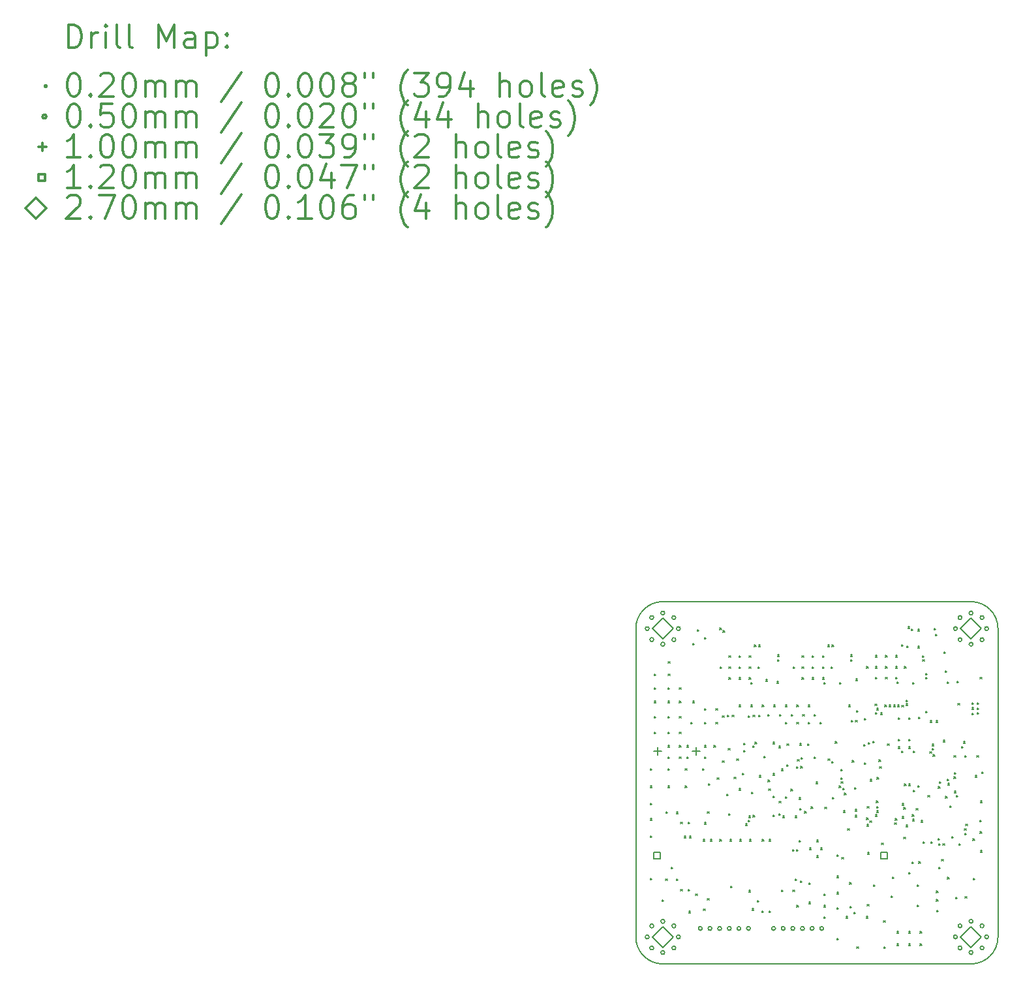
<source format=gbr>
%FSLAX45Y45*%
G04 Gerber Fmt 4.5, Leading zero omitted, Abs format (unit mm)*
G04 Created by KiCad (PCBNEW (5.1.5)-2) date 2020-02-05 02:18:23*
%MOMM*%
%LPD*%
G04 APERTURE LIST*
%TA.AperFunction,Profile*%
%ADD10C,0.150000*%
%TD*%
%ADD11C,0.200000*%
%ADD12C,0.300000*%
G04 APERTURE END LIST*
D10*
X12350000Y-12000000D02*
G75*
G02X12000000Y-12350000I-350000J0D01*
G01*
X8000000Y-12350000D02*
G75*
G02X7650000Y-12000000I0J350000D01*
G01*
X12000000Y-7650000D02*
G75*
G02X12350000Y-8000000I0J-350000D01*
G01*
X7650000Y-8000000D02*
G75*
G02X8000000Y-7650000I350000J0D01*
G01*
X7650000Y-8000000D02*
X7650000Y-12000000D01*
X12000000Y-7650000D02*
X8000000Y-7650000D01*
X12350000Y-12000000D02*
X12350000Y-8000000D01*
X8000000Y-12350000D02*
X12000000Y-12350000D01*
D11*
X7839840Y-9814840D02*
X7860160Y-9835160D01*
X7860160Y-9814840D02*
X7839840Y-9835160D01*
X7839840Y-10039840D02*
X7860160Y-10060160D01*
X7860160Y-10039840D02*
X7839840Y-10060160D01*
X7839840Y-10264840D02*
X7860160Y-10285160D01*
X7860160Y-10264840D02*
X7839840Y-10285160D01*
X7839840Y-10464840D02*
X7860160Y-10485160D01*
X7860160Y-10464840D02*
X7839840Y-10485160D01*
X7839840Y-10689840D02*
X7860160Y-10710160D01*
X7860160Y-10689840D02*
X7839840Y-10710160D01*
X7839840Y-11239840D02*
X7860160Y-11260160D01*
X7860160Y-11239840D02*
X7839840Y-11260160D01*
X7889840Y-8589840D02*
X7910160Y-8610160D01*
X7910160Y-8589840D02*
X7889840Y-8610160D01*
X7889840Y-8764840D02*
X7910160Y-8785160D01*
X7910160Y-8764840D02*
X7889840Y-8785160D01*
X7889840Y-8939840D02*
X7910160Y-8960160D01*
X7910160Y-8939840D02*
X7889840Y-8960160D01*
X7889840Y-9139840D02*
X7910160Y-9160160D01*
X7910160Y-9139840D02*
X7889840Y-9160160D01*
X7889840Y-9339840D02*
X7910160Y-9360160D01*
X7910160Y-9339840D02*
X7889840Y-9360160D01*
X7989840Y-11519840D02*
X8010160Y-11540160D01*
X8010160Y-11519840D02*
X7989840Y-11540160D01*
X8039100Y-11244580D02*
X8059420Y-11264900D01*
X8059420Y-11244580D02*
X8039100Y-11264900D01*
X8041640Y-10375900D02*
X8061960Y-10396220D01*
X8061960Y-10375900D02*
X8041640Y-10396220D01*
X8064840Y-8764840D02*
X8085160Y-8785160D01*
X8085160Y-8764840D02*
X8064840Y-8785160D01*
X8064840Y-8939840D02*
X8085160Y-8960160D01*
X8085160Y-8939840D02*
X8064840Y-8960160D01*
X8064840Y-9139840D02*
X8085160Y-9160160D01*
X8085160Y-9139840D02*
X8064840Y-9160160D01*
X8064840Y-9339840D02*
X8085160Y-9360160D01*
X8085160Y-9339840D02*
X8064840Y-9360160D01*
X8064840Y-9514840D02*
X8085160Y-9535160D01*
X8085160Y-9514840D02*
X8064840Y-9535160D01*
X8064840Y-9664840D02*
X8085160Y-9685160D01*
X8085160Y-9664840D02*
X8064840Y-9685160D01*
X8064840Y-9814840D02*
X8085160Y-9835160D01*
X8085160Y-9814840D02*
X8064840Y-9835160D01*
X8064840Y-10039840D02*
X8085160Y-10060160D01*
X8085160Y-10039840D02*
X8064840Y-10060160D01*
X8069840Y-8429840D02*
X8090160Y-8450160D01*
X8090160Y-8429840D02*
X8069840Y-8450160D01*
X8069840Y-8589840D02*
X8090160Y-8610160D01*
X8090160Y-8589840D02*
X8069840Y-8610160D01*
X8110220Y-11092180D02*
X8130540Y-11112500D01*
X8130540Y-11092180D02*
X8110220Y-11112500D01*
X8176260Y-10378440D02*
X8196580Y-10398760D01*
X8196580Y-10378440D02*
X8176260Y-10398760D01*
X8178800Y-11244580D02*
X8199120Y-11264900D01*
X8199120Y-11244580D02*
X8178800Y-11264900D01*
X8214840Y-8764840D02*
X8235160Y-8785160D01*
X8235160Y-8764840D02*
X8214840Y-8785160D01*
X8214840Y-8939840D02*
X8235160Y-8960160D01*
X8235160Y-8939840D02*
X8214840Y-8960160D01*
X8214840Y-9139840D02*
X8235160Y-9160160D01*
X8235160Y-9139840D02*
X8214840Y-9160160D01*
X8214840Y-9339840D02*
X8235160Y-9360160D01*
X8235160Y-9339840D02*
X8214840Y-9360160D01*
X8214840Y-9514840D02*
X8235160Y-9535160D01*
X8235160Y-9514840D02*
X8214840Y-9535160D01*
X8214840Y-9664840D02*
X8235160Y-9685160D01*
X8235160Y-9664840D02*
X8214840Y-9685160D01*
X8232140Y-10510520D02*
X8252460Y-10530840D01*
X8252460Y-10510520D02*
X8232140Y-10530840D01*
X8232140Y-11381740D02*
X8252460Y-11402060D01*
X8252460Y-11381740D02*
X8232140Y-11402060D01*
X8280400Y-10693400D02*
X8300720Y-10713720D01*
X8300720Y-10693400D02*
X8280400Y-10713720D01*
X8289840Y-9814840D02*
X8310160Y-9835160D01*
X8310160Y-9814840D02*
X8289840Y-9835160D01*
X8289840Y-10039840D02*
X8310160Y-10060160D01*
X8310160Y-10039840D02*
X8289840Y-10060160D01*
X8314840Y-9514840D02*
X8335160Y-9535160D01*
X8335160Y-9514840D02*
X8314840Y-9535160D01*
X8314840Y-9664840D02*
X8335160Y-9685160D01*
X8335160Y-9664840D02*
X8314840Y-9685160D01*
X8328660Y-10510520D02*
X8348980Y-10530840D01*
X8348980Y-10510520D02*
X8328660Y-10530840D01*
X8328660Y-11381740D02*
X8348980Y-11402060D01*
X8348980Y-11381740D02*
X8328660Y-11402060D01*
X8339840Y-11664840D02*
X8360160Y-11685160D01*
X8360160Y-11664840D02*
X8339840Y-11685160D01*
X8348980Y-10693400D02*
X8369300Y-10713720D01*
X8369300Y-10693400D02*
X8348980Y-10713720D01*
X8364840Y-9214840D02*
X8385160Y-9235160D01*
X8385160Y-9214840D02*
X8364840Y-9235160D01*
X8389840Y-8189840D02*
X8410160Y-8210160D01*
X8410160Y-8189840D02*
X8389840Y-8210160D01*
X8389840Y-8939840D02*
X8410160Y-8960160D01*
X8410160Y-8939840D02*
X8389840Y-8960160D01*
X8427720Y-11442700D02*
X8448040Y-11463020D01*
X8448040Y-11442700D02*
X8427720Y-11463020D01*
X8449840Y-8014840D02*
X8470160Y-8035160D01*
X8470160Y-8014840D02*
X8449840Y-8035160D01*
X8514840Y-9814840D02*
X8535160Y-9835160D01*
X8535160Y-9814840D02*
X8514840Y-9835160D01*
X8526780Y-10734040D02*
X8547100Y-10754360D01*
X8547100Y-10734040D02*
X8526780Y-10754360D01*
X8529320Y-11635740D02*
X8549640Y-11656060D01*
X8549640Y-11635740D02*
X8529320Y-11656060D01*
X8539840Y-9039840D02*
X8560160Y-9060160D01*
X8560160Y-9039840D02*
X8539840Y-9060160D01*
X8539840Y-9214840D02*
X8560160Y-9235160D01*
X8560160Y-9214840D02*
X8539840Y-9235160D01*
X8539840Y-9514840D02*
X8560160Y-9535160D01*
X8560160Y-9514840D02*
X8539840Y-9535160D01*
X8539840Y-9664840D02*
X8560160Y-9685160D01*
X8560160Y-9664840D02*
X8539840Y-9685160D01*
X8539840Y-10514840D02*
X8560160Y-10535160D01*
X8560160Y-10514840D02*
X8539840Y-10535160D01*
X8542020Y-8114840D02*
X8562340Y-8135160D01*
X8562340Y-8114840D02*
X8542020Y-8135160D01*
X8580120Y-10375900D02*
X8600440Y-10396220D01*
X8600440Y-10375900D02*
X8580120Y-10396220D01*
X8580120Y-11501120D02*
X8600440Y-11521440D01*
X8600440Y-11501120D02*
X8580120Y-11521440D01*
X8592820Y-10010140D02*
X8613140Y-10030460D01*
X8613140Y-10010140D02*
X8592820Y-10030460D01*
X8618220Y-10734040D02*
X8638540Y-10754360D01*
X8638540Y-10734040D02*
X8618220Y-10754360D01*
X8664840Y-9514840D02*
X8685160Y-9535160D01*
X8685160Y-9514840D02*
X8664840Y-9535160D01*
X8689840Y-9039840D02*
X8710160Y-9060160D01*
X8710160Y-9039840D02*
X8689840Y-9060160D01*
X8689840Y-9214840D02*
X8710160Y-9235160D01*
X8710160Y-9214840D02*
X8689840Y-9235160D01*
X8707120Y-9936480D02*
X8727440Y-9956800D01*
X8727440Y-9936480D02*
X8707120Y-9956800D01*
X8740140Y-7990840D02*
X8760460Y-8011160D01*
X8760460Y-7990840D02*
X8740140Y-8011160D01*
X8740140Y-10734041D02*
X8760460Y-10754361D01*
X8760460Y-10734041D02*
X8740140Y-10754361D01*
X8773160Y-9131300D02*
X8793480Y-9151620D01*
X8793480Y-9131300D02*
X8773160Y-9151620D01*
X8775700Y-9712960D02*
X8796020Y-9733280D01*
X8796020Y-9712960D02*
X8775700Y-9733280D01*
X8783320Y-8023860D02*
X8803640Y-8044180D01*
X8803640Y-8023860D02*
X8783320Y-8044180D01*
X8829040Y-10147300D02*
X8849360Y-10167620D01*
X8849360Y-10147300D02*
X8829040Y-10167620D01*
X8835555Y-9122245D02*
X8855875Y-9142565D01*
X8855875Y-9122245D02*
X8835555Y-9142565D01*
X8849360Y-9555480D02*
X8869680Y-9575800D01*
X8869680Y-9555480D02*
X8849360Y-9575800D01*
X8856980Y-10401300D02*
X8877300Y-10421620D01*
X8877300Y-10401300D02*
X8856980Y-10421620D01*
X8869680Y-10734040D02*
X8890000Y-10754360D01*
X8890000Y-10734040D02*
X8869680Y-10754360D01*
X8879840Y-11338560D02*
X8900160Y-11358880D01*
X8900160Y-11338560D02*
X8879840Y-11358880D01*
X8902700Y-9121140D02*
X8923020Y-9141460D01*
X8923020Y-9121140D02*
X8902700Y-9141460D01*
X8928100Y-9926320D02*
X8948420Y-9946640D01*
X8948420Y-9926320D02*
X8928100Y-9946640D01*
X8961120Y-9690100D02*
X8981440Y-9710420D01*
X8981440Y-9690100D02*
X8961120Y-9710420D01*
X8989840Y-8989840D02*
X9010160Y-9010160D01*
X9010160Y-8989840D02*
X8989840Y-9010160D01*
X8991600Y-10073640D02*
X9011920Y-10093960D01*
X9011920Y-10073640D02*
X8991600Y-10093960D01*
X8996680Y-10734039D02*
X9017000Y-10754359D01*
X9017000Y-10734039D02*
X8996680Y-10754359D01*
X9032240Y-9875520D02*
X9052560Y-9895840D01*
X9052560Y-9875520D02*
X9032240Y-9895840D01*
X9049840Y-9579840D02*
X9070160Y-9600160D01*
X9070160Y-9579840D02*
X9049840Y-9600160D01*
X9050020Y-9486900D02*
X9070340Y-9507220D01*
X9070340Y-9486900D02*
X9050020Y-9507220D01*
X9075420Y-10530840D02*
X9095740Y-10551160D01*
X9095740Y-10530840D02*
X9075420Y-10551160D01*
X9110980Y-10485120D02*
X9131300Y-10505440D01*
X9131300Y-10485120D02*
X9110980Y-10505440D01*
X9110980Y-9131300D02*
X9131300Y-9151620D01*
X9131300Y-9131300D02*
X9110980Y-9151620D01*
X9116060Y-10429240D02*
X9136380Y-10449560D01*
X9136380Y-10429240D02*
X9116060Y-10449560D01*
X9118600Y-11394440D02*
X9138920Y-11414760D01*
X9138920Y-11394440D02*
X9118600Y-11414760D01*
X9126220Y-10734040D02*
X9146540Y-10754360D01*
X9146540Y-10734040D02*
X9126220Y-10754360D01*
X9139840Y-8989840D02*
X9160160Y-9010160D01*
X9160160Y-8989840D02*
X9139840Y-9010160D01*
X9141460Y-8696960D02*
X9161780Y-8717280D01*
X9161780Y-8696960D02*
X9141460Y-8717280D01*
X9149080Y-10119360D02*
X9169400Y-10139680D01*
X9169400Y-10119360D02*
X9149080Y-10139680D01*
X9161780Y-11633200D02*
X9182100Y-11653520D01*
X9182100Y-11633200D02*
X9161780Y-11653520D01*
X9169400Y-9519920D02*
X9189720Y-9540240D01*
X9189720Y-9519920D02*
X9169400Y-9540240D01*
X9171940Y-9123680D02*
X9192260Y-9144000D01*
X9192260Y-9123680D02*
X9171940Y-9144000D01*
X9171940Y-10421620D02*
X9192260Y-10441940D01*
X9192260Y-10421620D02*
X9171940Y-10441940D01*
X9189720Y-8211820D02*
X9210040Y-8232140D01*
X9210040Y-8211820D02*
X9189720Y-8232140D01*
X9197340Y-9471660D02*
X9217660Y-9491980D01*
X9217660Y-9471660D02*
X9197340Y-9491980D01*
X9227820Y-11523980D02*
X9248140Y-11544300D01*
X9248140Y-11523980D02*
X9227820Y-11544300D01*
X9243060Y-9123680D02*
X9263380Y-9144000D01*
X9263380Y-9123680D02*
X9243060Y-9144000D01*
X9245600Y-8211820D02*
X9265920Y-8232140D01*
X9265920Y-8211820D02*
X9245600Y-8232140D01*
X9250680Y-9906000D02*
X9271000Y-9926320D01*
X9271000Y-9906000D02*
X9250680Y-9926320D01*
X9288780Y-11663680D02*
X9309100Y-11684000D01*
X9309100Y-11663680D02*
X9288780Y-11684000D01*
X9289840Y-8989840D02*
X9310160Y-9010160D01*
X9310160Y-8989840D02*
X9289840Y-9010160D01*
X9291320Y-10735313D02*
X9311640Y-10755633D01*
X9311640Y-10735313D02*
X9291320Y-10755633D01*
X9314180Y-9657080D02*
X9334500Y-9677400D01*
X9334500Y-9657080D02*
X9314180Y-9677400D01*
X9339580Y-8658860D02*
X9359900Y-8679180D01*
X9359900Y-8658860D02*
X9339580Y-8679180D01*
X9364840Y-9114840D02*
X9385160Y-9135160D01*
X9385160Y-9114840D02*
X9364840Y-9135160D01*
X9367520Y-9964420D02*
X9387840Y-9984740D01*
X9387840Y-9964420D02*
X9367520Y-9984740D01*
X9375140Y-10078720D02*
X9395460Y-10099040D01*
X9395460Y-10078720D02*
X9375140Y-10099040D01*
X9380220Y-10735313D02*
X9400540Y-10755633D01*
X9400540Y-10735313D02*
X9380220Y-10755633D01*
X9380220Y-11663680D02*
X9400540Y-11684000D01*
X9400540Y-11663680D02*
X9380220Y-11684000D01*
X9428480Y-9474200D02*
X9448800Y-9494520D01*
X9448800Y-9474200D02*
X9428480Y-9494520D01*
X9428480Y-9880600D02*
X9448800Y-9900920D01*
X9448800Y-9880600D02*
X9428480Y-9900920D01*
X9428480Y-10170160D02*
X9448800Y-10190480D01*
X9448800Y-10170160D02*
X9428480Y-10190480D01*
X9431020Y-10419080D02*
X9451340Y-10439400D01*
X9451340Y-10419080D02*
X9431020Y-10439400D01*
X9439840Y-8989840D02*
X9460160Y-9010160D01*
X9460160Y-8989840D02*
X9439840Y-9010160D01*
X9479280Y-8686800D02*
X9499600Y-8707120D01*
X9499600Y-8686800D02*
X9479280Y-8707120D01*
X9489840Y-8339840D02*
X9510160Y-8360160D01*
X9510160Y-8339840D02*
X9489840Y-8360160D01*
X9489840Y-8399840D02*
X9510160Y-8420160D01*
X9510160Y-8399840D02*
X9489840Y-8420160D01*
X9504680Y-9522460D02*
X9525000Y-9542780D01*
X9525000Y-9522460D02*
X9504680Y-9542780D01*
X9504680Y-10401300D02*
X9525000Y-10421620D01*
X9525000Y-10401300D02*
X9504680Y-10421620D01*
X9509840Y-10239840D02*
X9530160Y-10260160D01*
X9530160Y-10239840D02*
X9509840Y-10260160D01*
X9514840Y-9114840D02*
X9535160Y-9135160D01*
X9535160Y-9114840D02*
X9514840Y-9135160D01*
X9539840Y-9819840D02*
X9560160Y-9840160D01*
X9560160Y-9819840D02*
X9539840Y-9840160D01*
X9539840Y-11389840D02*
X9560160Y-11410160D01*
X9560160Y-11389840D02*
X9539840Y-11410160D01*
X9558020Y-10429240D02*
X9578340Y-10449560D01*
X9578340Y-10429240D02*
X9558020Y-10449560D01*
X9589840Y-8989840D02*
X9610160Y-9010160D01*
X9610160Y-8989840D02*
X9589840Y-9010160D01*
X9589840Y-9214840D02*
X9610160Y-9235160D01*
X9610160Y-9214840D02*
X9589840Y-9235160D01*
X9590329Y-10181526D02*
X9610649Y-10201846D01*
X9610649Y-10181526D02*
X9590329Y-10201846D01*
X9609588Y-9763760D02*
X9629908Y-9784080D01*
X9629908Y-9763760D02*
X9609588Y-9784080D01*
X9613900Y-9494520D02*
X9634220Y-9514840D01*
X9634220Y-9494520D02*
X9613900Y-9514840D01*
X9662160Y-10081260D02*
X9682480Y-10101580D01*
X9682480Y-10081260D02*
X9662160Y-10101580D01*
X9664840Y-9114840D02*
X9685160Y-9135160D01*
X9685160Y-9114840D02*
X9664840Y-9135160D01*
X9685020Y-10866120D02*
X9705340Y-10886440D01*
X9705340Y-10866120D02*
X9685020Y-10886440D01*
X9689840Y-11389840D02*
X9710160Y-11410160D01*
X9710160Y-11389840D02*
X9689840Y-11410160D01*
X9718040Y-11247120D02*
X9738360Y-11267440D01*
X9738360Y-11247120D02*
X9718040Y-11267440D01*
X9719840Y-10429840D02*
X9740160Y-10450160D01*
X9740160Y-10429840D02*
X9719840Y-10450160D01*
X9733280Y-9791700D02*
X9753600Y-9812020D01*
X9753600Y-9791700D02*
X9733280Y-9812020D01*
X9735820Y-10866120D02*
X9756140Y-10886440D01*
X9756140Y-10866120D02*
X9735820Y-10886440D01*
X9739840Y-8989840D02*
X9760160Y-9010160D01*
X9760160Y-8989840D02*
X9739840Y-9010160D01*
X9739840Y-9214840D02*
X9760160Y-9235160D01*
X9760160Y-9214840D02*
X9739840Y-9235160D01*
X9739840Y-11589840D02*
X9760160Y-11610160D01*
X9760160Y-11589840D02*
X9739840Y-11610160D01*
X9748520Y-9695180D02*
X9768840Y-9715500D01*
X9768840Y-9695180D02*
X9748520Y-9715500D01*
X9768840Y-10192930D02*
X9789160Y-10213250D01*
X9789160Y-10192930D02*
X9768840Y-10213250D01*
X9771380Y-10746740D02*
X9791700Y-10767060D01*
X9791700Y-10746740D02*
X9771380Y-10767060D01*
X9776460Y-10332720D02*
X9796780Y-10353040D01*
X9796780Y-10332720D02*
X9776460Y-10353040D01*
X9779000Y-9489440D02*
X9799320Y-9509760D01*
X9799320Y-9489440D02*
X9779000Y-9509760D01*
X9786620Y-11272520D02*
X9806940Y-11292840D01*
X9806940Y-11272520D02*
X9786620Y-11292840D01*
X9789160Y-9786620D02*
X9809480Y-9806940D01*
X9809480Y-9786620D02*
X9789160Y-9806940D01*
X9796780Y-9672320D02*
X9817100Y-9692640D01*
X9817100Y-9672320D02*
X9796780Y-9692640D01*
X9814840Y-9114840D02*
X9835160Y-9135160D01*
X9835160Y-9114840D02*
X9814840Y-9135160D01*
X9839960Y-10370820D02*
X9860280Y-10391140D01*
X9860280Y-10370820D02*
X9839960Y-10391140D01*
X9880600Y-9493250D02*
X9900920Y-9513570D01*
X9900920Y-9493250D02*
X9880600Y-9513570D01*
X9889840Y-8989840D02*
X9910160Y-9010160D01*
X9910160Y-8989840D02*
X9889840Y-9010160D01*
X9889840Y-9214840D02*
X9910160Y-9235160D01*
X9910160Y-9214840D02*
X9889840Y-9235160D01*
X9898380Y-11295380D02*
X9918700Y-11315700D01*
X9918700Y-11295380D02*
X9898380Y-11315700D01*
X9898380Y-11546840D02*
X9918700Y-11567160D01*
X9918700Y-11546840D02*
X9898380Y-11567160D01*
X9903460Y-10844840D02*
X9923780Y-10865160D01*
X9923780Y-10844840D02*
X9903460Y-10865160D01*
X9926320Y-10312400D02*
X9946640Y-10332720D01*
X9946640Y-10312400D02*
X9926320Y-10332720D01*
X9961880Y-9664700D02*
X9982200Y-9685020D01*
X9982200Y-9664700D02*
X9961880Y-9685020D01*
X9964840Y-9114840D02*
X9985160Y-9135160D01*
X9985160Y-9114840D02*
X9964840Y-9135160D01*
X9989840Y-9989840D02*
X10010160Y-10010160D01*
X10010160Y-9989840D02*
X9989840Y-10010160D01*
X9997440Y-10944860D02*
X10017760Y-10965180D01*
X10017760Y-10944860D02*
X9997440Y-10965180D01*
X9999980Y-10744200D02*
X10020300Y-10764520D01*
X10020300Y-10744200D02*
X9999980Y-10764520D01*
X10039840Y-9214840D02*
X10060160Y-9235160D01*
X10060160Y-9214840D02*
X10039840Y-9235160D01*
X10048240Y-10845800D02*
X10068560Y-10866120D01*
X10068560Y-10845800D02*
X10048240Y-10866120D01*
X10088880Y-8696960D02*
X10109200Y-8717280D01*
X10109200Y-8696960D02*
X10088880Y-8717280D01*
X10089840Y-11439840D02*
X10110160Y-11460160D01*
X10110160Y-11439840D02*
X10089840Y-11460160D01*
X10089840Y-11589840D02*
X10110160Y-11610160D01*
X10110160Y-11589840D02*
X10089840Y-11610160D01*
X10089840Y-11739840D02*
X10110160Y-11760160D01*
X10110160Y-11739840D02*
X10089840Y-11760160D01*
X10102510Y-10314009D02*
X10122830Y-10334329D01*
X10122830Y-10314009D02*
X10102510Y-10334329D01*
X10142220Y-8211820D02*
X10162540Y-8232140D01*
X10162540Y-8211820D02*
X10142220Y-8232140D01*
X10144760Y-9690100D02*
X10165080Y-9710420D01*
X10165080Y-9690100D02*
X10144760Y-9710420D01*
X10190480Y-9723120D02*
X10210800Y-9743440D01*
X10210800Y-9723120D02*
X10190480Y-9743440D01*
X10198100Y-8211820D02*
X10218420Y-8232140D01*
X10218420Y-8211820D02*
X10198100Y-8232140D01*
X10200641Y-10190480D02*
X10220961Y-10210800D01*
X10220961Y-10190480D02*
X10200641Y-10210800D01*
X10239840Y-9464840D02*
X10260160Y-9485160D01*
X10260160Y-9464840D02*
X10239840Y-9485160D01*
X10259840Y-11209840D02*
X10280160Y-11230160D01*
X10280160Y-11209840D02*
X10259840Y-11230160D01*
X10259840Y-11619840D02*
X10280160Y-11640160D01*
X10280160Y-11619840D02*
X10259840Y-11640160D01*
X10259840Y-12019840D02*
X10280160Y-12040160D01*
X10280160Y-12019840D02*
X10259840Y-12040160D01*
X10261600Y-10934700D02*
X10281920Y-10955020D01*
X10281920Y-10934700D02*
X10261600Y-10955020D01*
X10261600Y-11419840D02*
X10281920Y-11440160D01*
X10281920Y-11419840D02*
X10261600Y-11440160D01*
X10289795Y-10041792D02*
X10310115Y-10062112D01*
X10310115Y-10041792D02*
X10289795Y-10062112D01*
X10294620Y-8696960D02*
X10314940Y-8717280D01*
X10314940Y-8696960D02*
X10294620Y-8717280D01*
X10309860Y-9824720D02*
X10330180Y-9845040D01*
X10330180Y-9824720D02*
X10309860Y-9845040D01*
X10309860Y-9933940D02*
X10330180Y-9954260D01*
X10330180Y-9933940D02*
X10309860Y-9954260D01*
X10315933Y-9987137D02*
X10336253Y-10007457D01*
X10336253Y-9987137D02*
X10315933Y-10007457D01*
X10322560Y-10965180D02*
X10342880Y-10985500D01*
X10342880Y-10965180D02*
X10322560Y-10985500D01*
X10333846Y-10071869D02*
X10354166Y-10092189D01*
X10354166Y-10071869D02*
X10333846Y-10092189D01*
X10342880Y-10363200D02*
X10363200Y-10383520D01*
X10363200Y-10363200D02*
X10342880Y-10383520D01*
X10357130Y-10134600D02*
X10377450Y-10154920D01*
X10377450Y-10134600D02*
X10357130Y-10154920D01*
X10380980Y-11734800D02*
X10401300Y-11755120D01*
X10401300Y-11734800D02*
X10380980Y-11755120D01*
X10401300Y-10595611D02*
X10421620Y-10615931D01*
X10421620Y-10595611D02*
X10401300Y-10615931D01*
X10414840Y-8989840D02*
X10435160Y-9010160D01*
X10435160Y-8989840D02*
X10414840Y-9010160D01*
X10426700Y-11292840D02*
X10447020Y-11313160D01*
X10447020Y-11292840D02*
X10426700Y-11313160D01*
X10431780Y-11600180D02*
X10452100Y-11620500D01*
X10452100Y-11600180D02*
X10431780Y-11620500D01*
X10439840Y-8339840D02*
X10460160Y-8360160D01*
X10460160Y-8339840D02*
X10439840Y-8360160D01*
X10439840Y-8399840D02*
X10460160Y-8420160D01*
X10460160Y-8399840D02*
X10439840Y-8420160D01*
X10447020Y-9189720D02*
X10467340Y-9210040D01*
X10467340Y-9189720D02*
X10447020Y-9210040D01*
X10459720Y-9710420D02*
X10480040Y-9730740D01*
X10480040Y-9710420D02*
X10459720Y-9730740D01*
X10482580Y-11676380D02*
X10502900Y-11696700D01*
X10502900Y-11676380D02*
X10482580Y-11696700D01*
X10489840Y-10059840D02*
X10510160Y-10080160D01*
X10510160Y-10059840D02*
X10489840Y-10080160D01*
X10497820Y-10345420D02*
X10518140Y-10365740D01*
X10518140Y-10345420D02*
X10497820Y-10365740D01*
X10497820Y-10421620D02*
X10518140Y-10441940D01*
X10518140Y-10421620D02*
X10497820Y-10441940D01*
X10502900Y-9189720D02*
X10523220Y-9210040D01*
X10523220Y-9189720D02*
X10502900Y-9210040D01*
X10505440Y-8651240D02*
X10525760Y-8671560D01*
X10525760Y-8651240D02*
X10505440Y-8671560D01*
X10514840Y-9064840D02*
X10535160Y-9085160D01*
X10535160Y-9064840D02*
X10514840Y-9085160D01*
X10519840Y-12129840D02*
X10540160Y-12150160D01*
X10540160Y-12129840D02*
X10519840Y-12150160D01*
X10609580Y-9502140D02*
X10629900Y-9522460D01*
X10629900Y-9502140D02*
X10609580Y-9522460D01*
X10614840Y-9164840D02*
X10635160Y-9185160D01*
X10635160Y-9164840D02*
X10614840Y-9185160D01*
X10614840Y-9739840D02*
X10635160Y-9760160D01*
X10635160Y-9739840D02*
X10614840Y-9760160D01*
X10642600Y-11734800D02*
X10662920Y-11755120D01*
X10662920Y-11734800D02*
X10642600Y-11755120D01*
X10646768Y-10455953D02*
X10667088Y-10476273D01*
X10667088Y-10455953D02*
X10646768Y-10476273D01*
X10647680Y-10541000D02*
X10668000Y-10561320D01*
X10668000Y-10541000D02*
X10647680Y-10561320D01*
X10652760Y-10304780D02*
X10673080Y-10325100D01*
X10673080Y-10304780D02*
X10652760Y-10325100D01*
X10652760Y-11577320D02*
X10673080Y-11597640D01*
X10673080Y-11577320D02*
X10652760Y-11597640D01*
X10660380Y-10904220D02*
X10680700Y-10924540D01*
X10680700Y-10904220D02*
X10660380Y-10924540D01*
X10668228Y-9479719D02*
X10688548Y-9500039D01*
X10688548Y-9479719D02*
X10668228Y-9500039D01*
X10688320Y-10492740D02*
X10708640Y-10513060D01*
X10708640Y-10492740D02*
X10688320Y-10513060D01*
X10693400Y-9956800D02*
X10713720Y-9977120D01*
X10713720Y-9956800D02*
X10693400Y-9977120D01*
X10723880Y-9461500D02*
X10744200Y-9481820D01*
X10744200Y-9461500D02*
X10723880Y-9481820D01*
X10734040Y-11320780D02*
X10754360Y-11341100D01*
X10754360Y-11320780D02*
X10734040Y-11341100D01*
X10756900Y-8976360D02*
X10777220Y-8996680D01*
X10777220Y-8976360D02*
X10756900Y-8996680D01*
X10759440Y-10414001D02*
X10779760Y-10434321D01*
X10779760Y-10414001D02*
X10759440Y-10434321D01*
X10761980Y-9085580D02*
X10782300Y-9105900D01*
X10782300Y-9085580D02*
X10761980Y-9105900D01*
X10772140Y-10236200D02*
X10792460Y-10256520D01*
X10792460Y-10236200D02*
X10772140Y-10256520D01*
X10774680Y-9032240D02*
X10795000Y-9052560D01*
X10795000Y-9032240D02*
X10774680Y-9052560D01*
X10777220Y-10307320D02*
X10797540Y-10327640D01*
X10797540Y-10307320D02*
X10777220Y-10327640D01*
X10777880Y-10363948D02*
X10798200Y-10384268D01*
X10798200Y-10363948D02*
X10777880Y-10384268D01*
X10782300Y-9928860D02*
X10802620Y-9949180D01*
X10802620Y-9928860D02*
X10782300Y-9949180D01*
X10807700Y-9700260D02*
X10828020Y-9720580D01*
X10828020Y-9700260D02*
X10807700Y-9720580D01*
X10813080Y-9788860D02*
X10833400Y-9809180D01*
X10833400Y-9788860D02*
X10813080Y-9809180D01*
X10828020Y-9093200D02*
X10848340Y-9113520D01*
X10848340Y-9093200D02*
X10828020Y-9113520D01*
X10839840Y-10779840D02*
X10860160Y-10800160D01*
X10860160Y-10779840D02*
X10839840Y-10800160D01*
X10864840Y-11789840D02*
X10885160Y-11810160D01*
X10885160Y-11789840D02*
X10864840Y-11810160D01*
X10869840Y-12129840D02*
X10890160Y-12150160D01*
X10890160Y-12129840D02*
X10869840Y-12150160D01*
X10883900Y-8989060D02*
X10904220Y-9009380D01*
X10904220Y-8989060D02*
X10883900Y-9009380D01*
X10914840Y-9494840D02*
X10935160Y-9515160D01*
X10935160Y-9494840D02*
X10914840Y-9515160D01*
X10939729Y-8989060D02*
X10960049Y-9009380D01*
X10960049Y-8989060D02*
X10939729Y-9009380D01*
X10964840Y-11464840D02*
X10985160Y-11485160D01*
X10985160Y-11464840D02*
X10964840Y-11485160D01*
X10980420Y-11221720D02*
X11000740Y-11242040D01*
X11000740Y-11221720D02*
X10980420Y-11242040D01*
X10995660Y-8991600D02*
X11015980Y-9011920D01*
X11015980Y-8991600D02*
X10995660Y-9011920D01*
X11008712Y-10518492D02*
X11029032Y-10538812D01*
X11029032Y-10518492D02*
X11008712Y-10538812D01*
X11018908Y-10465188D02*
X11039228Y-10485508D01*
X11039228Y-10465188D02*
X11018908Y-10485508D01*
X11040000Y-11929840D02*
X11060320Y-11950160D01*
X11060320Y-11929840D02*
X11040000Y-11950160D01*
X11041380Y-8689340D02*
X11061700Y-8709660D01*
X11061700Y-8689340D02*
X11041380Y-8709660D01*
X11041380Y-12090400D02*
X11061700Y-12110720D01*
X11061700Y-12090400D02*
X11041380Y-12110720D01*
X11049000Y-8991600D02*
X11069320Y-9011920D01*
X11069320Y-8991600D02*
X11049000Y-9011920D01*
X11054840Y-9157340D02*
X11075160Y-9177660D01*
X11075160Y-9157340D02*
X11054840Y-9177660D01*
X11054840Y-9434840D02*
X11075160Y-9455160D01*
X11075160Y-9434840D02*
X11054840Y-9455160D01*
X11054840Y-9532340D02*
X11075160Y-9552660D01*
X11075160Y-9532340D02*
X11054840Y-9552660D01*
X11097260Y-8206740D02*
X11117580Y-8227060D01*
X11117580Y-8206740D02*
X11097260Y-8227060D01*
X11099800Y-9588500D02*
X11120120Y-9608820D01*
X11120120Y-9588500D02*
X11099800Y-9608820D01*
X11102340Y-8993124D02*
X11122660Y-9013444D01*
X11122660Y-8993124D02*
X11102340Y-9013444D01*
X11104880Y-10269220D02*
X11125200Y-10289540D01*
X11125200Y-10269220D02*
X11104880Y-10289540D01*
X11104880Y-10436860D02*
X11125200Y-10457180D01*
X11125200Y-10436860D02*
X11104880Y-10457180D01*
X11126526Y-10320512D02*
X11146846Y-10340832D01*
X11146846Y-10320512D02*
X11126526Y-10340832D01*
X11129010Y-10707370D02*
X11149330Y-10727690D01*
X11149330Y-10707370D02*
X11129010Y-10727690D01*
X11135360Y-10014035D02*
X11155680Y-10034355D01*
X11155680Y-10014035D02*
X11135360Y-10034355D01*
X11155680Y-8928100D02*
X11176000Y-8948420D01*
X11176000Y-8928100D02*
X11155680Y-8948420D01*
X11156069Y-10549009D02*
X11176389Y-10569329D01*
X11176389Y-10549009D02*
X11156069Y-10569329D01*
X11159490Y-8974343D02*
X11179810Y-8994663D01*
X11179810Y-8974343D02*
X11159490Y-8994663D01*
X11165840Y-8221980D02*
X11186160Y-8242300D01*
X11186160Y-8221980D02*
X11165840Y-8242300D01*
X11181080Y-7975600D02*
X11201400Y-7995920D01*
X11201400Y-7975600D02*
X11181080Y-7995920D01*
X11189840Y-11164840D02*
X11210160Y-11185160D01*
X11210160Y-11164840D02*
X11189840Y-11185160D01*
X11190000Y-11929840D02*
X11210320Y-11950160D01*
X11210320Y-11929840D02*
X11190000Y-11950160D01*
X11191240Y-12090400D02*
X11211560Y-12110720D01*
X11211560Y-12090400D02*
X11191240Y-12110720D01*
X11192340Y-9157340D02*
X11212660Y-9177660D01*
X11212660Y-9157340D02*
X11192340Y-9177660D01*
X11192340Y-9434840D02*
X11212660Y-9455160D01*
X11212660Y-9434840D02*
X11192340Y-9455160D01*
X11192340Y-9532340D02*
X11212660Y-9552660D01*
X11212660Y-9532340D02*
X11192340Y-9552660D01*
X11193780Y-10015220D02*
X11214100Y-10035540D01*
X11214100Y-10015220D02*
X11193780Y-10035540D01*
X11226800Y-8006080D02*
X11247120Y-8026400D01*
X11247120Y-8006080D02*
X11226800Y-8026400D01*
X11234420Y-11026140D02*
X11254740Y-11046460D01*
X11254740Y-11026140D02*
X11234420Y-11046460D01*
X11236960Y-10414000D02*
X11257280Y-10434320D01*
X11257280Y-10414000D02*
X11236960Y-10434320D01*
X11243647Y-10471313D02*
X11263967Y-10491633D01*
X11263967Y-10471313D02*
X11243647Y-10491633D01*
X11244580Y-8696960D02*
X11264900Y-8717280D01*
X11264900Y-8696960D02*
X11244580Y-8717280D01*
X11252200Y-9588500D02*
X11272520Y-9608820D01*
X11272520Y-9588500D02*
X11252200Y-9608820D01*
X11252200Y-10093960D02*
X11272520Y-10114280D01*
X11272520Y-10093960D02*
X11252200Y-10114280D01*
X11290300Y-10330180D02*
X11310620Y-10350500D01*
X11310620Y-10330180D02*
X11290300Y-10350500D01*
X11300460Y-11323320D02*
X11320780Y-11343640D01*
X11320780Y-11323320D02*
X11300460Y-11343640D01*
X11300460Y-11584940D02*
X11320780Y-11605260D01*
X11320780Y-11584940D02*
X11300460Y-11605260D01*
X11309840Y-8009840D02*
X11330160Y-8030160D01*
X11330160Y-8009840D02*
X11309840Y-8030160D01*
X11309840Y-8229840D02*
X11330160Y-8250160D01*
X11330160Y-8229840D02*
X11309840Y-8250160D01*
X11310620Y-10038080D02*
X11330940Y-10058400D01*
X11330940Y-10038080D02*
X11310620Y-10058400D01*
X11319840Y-9147340D02*
X11340160Y-9167660D01*
X11340160Y-9147340D02*
X11319840Y-9167660D01*
X11323320Y-11023600D02*
X11343640Y-11043920D01*
X11343640Y-11023600D02*
X11323320Y-11043920D01*
X11340000Y-11929840D02*
X11360320Y-11950160D01*
X11360320Y-11929840D02*
X11340000Y-11950160D01*
X11341100Y-12090400D02*
X11361420Y-12110720D01*
X11361420Y-12090400D02*
X11341100Y-12110720D01*
X11351260Y-10487660D02*
X11371580Y-10507980D01*
X11371580Y-10487660D02*
X11351260Y-10507980D01*
X11369040Y-8351520D02*
X11389360Y-8371840D01*
X11389360Y-8351520D02*
X11369040Y-8371840D01*
X11374624Y-8404567D02*
X11394944Y-8424887D01*
X11394944Y-8404567D02*
X11374624Y-8424887D01*
X11376660Y-10761980D02*
X11396980Y-10782300D01*
X11396980Y-10761980D02*
X11376660Y-10782300D01*
X11409680Y-8630920D02*
X11430000Y-8651240D01*
X11430000Y-8630920D02*
X11409680Y-8651240D01*
X11409840Y-9069840D02*
X11430160Y-9090160D01*
X11430160Y-9069840D02*
X11409840Y-9090160D01*
X11412220Y-8577580D02*
X11432540Y-8597900D01*
X11432540Y-8577580D02*
X11412220Y-8597900D01*
X11439840Y-10164840D02*
X11460160Y-10185160D01*
X11460160Y-10164840D02*
X11439840Y-10185160D01*
X11466830Y-9597390D02*
X11487150Y-9617710D01*
X11487150Y-9597390D02*
X11466830Y-9617710D01*
X11470640Y-9192260D02*
X11490960Y-9212580D01*
X11490960Y-9192260D02*
X11470640Y-9212580D01*
X11478260Y-10761980D02*
X11498580Y-10782300D01*
X11498580Y-10761980D02*
X11478260Y-10782300D01*
X11495930Y-9498038D02*
X11516250Y-9518358D01*
X11516250Y-9498038D02*
X11495930Y-9518358D01*
X11496040Y-9551670D02*
X11516360Y-9571990D01*
X11516360Y-9551670D02*
X11496040Y-9571990D01*
X11507470Y-9632950D02*
X11527790Y-9653270D01*
X11527790Y-9632950D02*
X11507470Y-9653270D01*
X11521440Y-7995920D02*
X11541760Y-8016240D01*
X11541760Y-7995920D02*
X11521440Y-8016240D01*
X11536680Y-8072120D02*
X11557000Y-8092440D01*
X11557000Y-8072120D02*
X11536680Y-8092440D01*
X11546840Y-9192260D02*
X11567160Y-9212580D01*
X11567160Y-9192260D02*
X11546840Y-9212580D01*
X11551920Y-11404600D02*
X11572240Y-11424920D01*
X11572240Y-11404600D02*
X11551920Y-11424920D01*
X11551920Y-11513820D02*
X11572240Y-11534140D01*
X11572240Y-11513820D02*
X11551920Y-11534140D01*
X11557000Y-11650980D02*
X11577320Y-11671300D01*
X11577320Y-11650980D02*
X11557000Y-11671300D01*
X11574780Y-10723880D02*
X11595100Y-10744200D01*
X11595100Y-10723880D02*
X11574780Y-10744200D01*
X11577320Y-10048240D02*
X11597640Y-10068560D01*
X11597640Y-10048240D02*
X11577320Y-10068560D01*
X11579860Y-10787380D02*
X11600180Y-10807700D01*
X11600180Y-10787380D02*
X11579860Y-10807700D01*
X11579860Y-11092180D02*
X11600180Y-11112500D01*
X11600180Y-11092180D02*
X11579860Y-11112500D01*
X11587480Y-9987280D02*
X11607800Y-10007600D01*
X11607800Y-9987280D02*
X11587480Y-10007600D01*
X11617960Y-10990580D02*
X11638280Y-11010900D01*
X11638280Y-10990580D02*
X11617960Y-11010900D01*
X11635740Y-10787380D02*
X11656060Y-10807700D01*
X11656060Y-10787380D02*
X11635740Y-10807700D01*
X11638280Y-9448800D02*
X11658600Y-9469120D01*
X11658600Y-9448800D02*
X11638280Y-9469120D01*
X11649840Y-8299840D02*
X11670160Y-8320160D01*
X11670160Y-8299840D02*
X11649840Y-8320160D01*
X11663680Y-8544560D02*
X11684000Y-8564880D01*
X11684000Y-8544560D02*
X11663680Y-8564880D01*
X11671299Y-10175240D02*
X11691619Y-10195560D01*
X11691619Y-10175240D02*
X11671299Y-10195560D01*
X11689840Y-8689840D02*
X11710160Y-8710160D01*
X11710160Y-8689840D02*
X11689840Y-8710160D01*
X11690913Y-9953780D02*
X11711233Y-9974100D01*
X11711233Y-9953780D02*
X11690913Y-9974100D01*
X11696700Y-11226800D02*
X11717020Y-11247120D01*
X11717020Y-11226800D02*
X11696700Y-11247120D01*
X11699240Y-10007600D02*
X11719560Y-10027920D01*
X11719560Y-10007600D02*
X11699240Y-10027920D01*
X11724640Y-10297160D02*
X11744960Y-10317480D01*
X11744960Y-10297160D02*
X11724640Y-10317480D01*
X11750040Y-10695940D02*
X11770360Y-10716260D01*
X11770360Y-10695940D02*
X11750040Y-10716260D01*
X11780095Y-9921665D02*
X11800415Y-9941985D01*
X11800415Y-9921665D02*
X11780095Y-9941985D01*
X11780520Y-9644380D02*
X11800840Y-9664700D01*
X11800840Y-9644380D02*
X11780520Y-9664700D01*
X11785600Y-9867900D02*
X11805920Y-9888220D01*
X11805920Y-9867900D02*
X11785600Y-9888220D01*
X11785600Y-10109200D02*
X11805920Y-10129520D01*
X11805920Y-10109200D02*
X11785600Y-10129520D01*
X11803380Y-11485880D02*
X11823700Y-11506200D01*
X11823700Y-11485880D02*
X11803380Y-11506200D01*
X11811000Y-10165080D02*
X11831320Y-10185400D01*
X11831320Y-10165080D02*
X11811000Y-10185400D01*
X11816080Y-8681720D02*
X11836400Y-8702040D01*
X11836400Y-8681720D02*
X11816080Y-8702040D01*
X11829840Y-8969840D02*
X11850160Y-8990160D01*
X11850160Y-8969840D02*
X11829840Y-8990160D01*
X11841480Y-10787380D02*
X11861800Y-10807700D01*
X11861800Y-10787380D02*
X11841480Y-10807700D01*
X11877040Y-9527540D02*
X11897360Y-9547860D01*
X11897360Y-9527540D02*
X11877040Y-9547860D01*
X11904980Y-9464040D02*
X11925300Y-9484360D01*
X11925300Y-9464040D02*
X11904980Y-9484360D01*
X11915140Y-10594340D02*
X11935460Y-10614660D01*
X11935460Y-10594340D02*
X11915140Y-10614660D01*
X11917680Y-9646920D02*
X11938000Y-9667240D01*
X11938000Y-9646920D02*
X11917680Y-9667240D01*
X11917680Y-10652760D02*
X11938000Y-10673080D01*
X11938000Y-10652760D02*
X11917680Y-10673080D01*
X11922760Y-11473180D02*
X11943080Y-11493500D01*
X11943080Y-11473180D02*
X11922760Y-11493500D01*
X11930411Y-10537850D02*
X11950731Y-10558170D01*
X11950731Y-10537850D02*
X11930411Y-10558170D01*
X12011660Y-8958580D02*
X12031980Y-8978900D01*
X12031980Y-8958580D02*
X12011660Y-8978900D01*
X12011660Y-9024620D02*
X12031980Y-9044940D01*
X12031980Y-9024620D02*
X12011660Y-9044940D01*
X12011660Y-9095740D02*
X12031980Y-9116060D01*
X12031980Y-9095740D02*
X12011660Y-9116060D01*
X12026900Y-10726420D02*
X12047220Y-10746740D01*
X12047220Y-10726420D02*
X12026900Y-10746740D01*
X12029840Y-11239840D02*
X12050160Y-11260160D01*
X12050160Y-11239840D02*
X12029840Y-11260160D01*
X12056112Y-9906000D02*
X12076432Y-9926320D01*
X12076432Y-9906000D02*
X12056112Y-9926320D01*
X12075160Y-9646920D02*
X12095480Y-9667240D01*
X12095480Y-9646920D02*
X12075160Y-9667240D01*
X12079840Y-8959840D02*
X12100160Y-8980160D01*
X12100160Y-8959840D02*
X12079840Y-8980160D01*
X12079840Y-9027160D02*
X12100160Y-9047480D01*
X12100160Y-9027160D02*
X12079840Y-9047480D01*
X12079840Y-9089840D02*
X12100160Y-9110160D01*
X12100160Y-9089840D02*
X12079840Y-9110160D01*
X12115800Y-10485120D02*
X12136120Y-10505440D01*
X12136120Y-10485120D02*
X12115800Y-10505440D01*
X12118340Y-10632440D02*
X12138660Y-10652760D01*
X12138660Y-10632440D02*
X12118340Y-10652760D01*
X12119840Y-8629840D02*
X12140160Y-8650160D01*
X12140160Y-8629840D02*
X12119840Y-8650160D01*
X12120880Y-10233660D02*
X12141200Y-10253980D01*
X12141200Y-10233660D02*
X12120880Y-10253980D01*
X12123420Y-10878820D02*
X12143740Y-10899140D01*
X12143740Y-10878820D02*
X12123420Y-10899140D01*
X12139840Y-9859840D02*
X12160160Y-9880160D01*
X12160160Y-9859840D02*
X12139840Y-9880160D01*
X8744840Y-8494840D02*
X8765160Y-8515160D01*
X8765160Y-8494840D02*
X8744840Y-8515160D01*
X8857840Y-8353840D02*
X8878160Y-8374160D01*
X8878160Y-8353840D02*
X8857840Y-8374160D01*
X8857840Y-8494840D02*
X8878160Y-8515160D01*
X8878160Y-8494840D02*
X8857840Y-8515160D01*
X8857840Y-8635840D02*
X8878160Y-8656160D01*
X8878160Y-8635840D02*
X8857840Y-8656160D01*
X8989840Y-8353840D02*
X9010160Y-8374160D01*
X9010160Y-8353840D02*
X8989840Y-8374160D01*
X8989840Y-8494840D02*
X9010160Y-8515160D01*
X9010160Y-8494840D02*
X8989840Y-8515160D01*
X8989840Y-8635840D02*
X9010160Y-8656160D01*
X9010160Y-8635840D02*
X8989840Y-8656160D01*
X9121840Y-8353840D02*
X9142160Y-8374160D01*
X9142160Y-8353840D02*
X9121840Y-8374160D01*
X9121840Y-8494840D02*
X9142160Y-8515160D01*
X9142160Y-8494840D02*
X9121840Y-8515160D01*
X9121840Y-8635840D02*
X9142160Y-8656160D01*
X9142160Y-8635840D02*
X9121840Y-8656160D01*
X9234840Y-8494840D02*
X9255160Y-8515160D01*
X9255160Y-8494840D02*
X9234840Y-8515160D01*
X10644840Y-8489840D02*
X10665160Y-8510160D01*
X10665160Y-8489840D02*
X10644840Y-8510160D01*
X10757840Y-8348840D02*
X10778160Y-8369160D01*
X10778160Y-8348840D02*
X10757840Y-8369160D01*
X10757840Y-8489840D02*
X10778160Y-8510160D01*
X10778160Y-8489840D02*
X10757840Y-8510160D01*
X10757840Y-8630840D02*
X10778160Y-8651160D01*
X10778160Y-8630840D02*
X10757840Y-8651160D01*
X10889840Y-8348840D02*
X10910160Y-8369160D01*
X10910160Y-8348840D02*
X10889840Y-8369160D01*
X10889840Y-8489840D02*
X10910160Y-8510160D01*
X10910160Y-8489840D02*
X10889840Y-8510160D01*
X10889840Y-8630840D02*
X10910160Y-8651160D01*
X10910160Y-8630840D02*
X10889840Y-8651160D01*
X11021840Y-8348840D02*
X11042160Y-8369160D01*
X11042160Y-8348840D02*
X11021840Y-8369160D01*
X11021840Y-8489840D02*
X11042160Y-8510160D01*
X11042160Y-8489840D02*
X11021840Y-8510160D01*
X11021840Y-8630840D02*
X11042160Y-8651160D01*
X11042160Y-8630840D02*
X11021840Y-8651160D01*
X11134840Y-8489840D02*
X11155160Y-8510160D01*
X11155160Y-8489840D02*
X11134840Y-8510160D01*
X9694840Y-8494840D02*
X9715160Y-8515160D01*
X9715160Y-8494840D02*
X9694840Y-8515160D01*
X9807840Y-8353840D02*
X9828160Y-8374160D01*
X9828160Y-8353840D02*
X9807840Y-8374160D01*
X9807840Y-8494840D02*
X9828160Y-8515160D01*
X9828160Y-8494840D02*
X9807840Y-8515160D01*
X9807840Y-8635840D02*
X9828160Y-8656160D01*
X9828160Y-8635840D02*
X9807840Y-8656160D01*
X9939840Y-8353840D02*
X9960160Y-8374160D01*
X9960160Y-8353840D02*
X9939840Y-8374160D01*
X9939840Y-8494840D02*
X9960160Y-8515160D01*
X9960160Y-8494840D02*
X9939840Y-8515160D01*
X9939840Y-8635840D02*
X9960160Y-8656160D01*
X9960160Y-8635840D02*
X9939840Y-8656160D01*
X10071840Y-8353840D02*
X10092160Y-8374160D01*
X10092160Y-8353840D02*
X10071840Y-8374160D01*
X10071840Y-8494840D02*
X10092160Y-8515160D01*
X10092160Y-8494840D02*
X10071840Y-8515160D01*
X10071840Y-8635840D02*
X10092160Y-8656160D01*
X10092160Y-8635840D02*
X10071840Y-8656160D01*
X10184840Y-8494840D02*
X10205160Y-8515160D01*
X10205160Y-8494840D02*
X10184840Y-8515160D01*
X7822500Y-8000000D02*
G75*
G03X7822500Y-8000000I-25000J0D01*
G01*
X7881811Y-7856811D02*
G75*
G03X7881811Y-7856811I-25000J0D01*
G01*
X7881811Y-8143189D02*
G75*
G03X7881811Y-8143189I-25000J0D01*
G01*
X8025000Y-7797500D02*
G75*
G03X8025000Y-7797500I-25000J0D01*
G01*
X8025000Y-8202500D02*
G75*
G03X8025000Y-8202500I-25000J0D01*
G01*
X8168189Y-7856811D02*
G75*
G03X8168189Y-7856811I-25000J0D01*
G01*
X8168189Y-8143189D02*
G75*
G03X8168189Y-8143189I-25000J0D01*
G01*
X8227500Y-8000000D02*
G75*
G03X8227500Y-8000000I-25000J0D01*
G01*
X9462500Y-11890000D02*
G75*
G03X9462500Y-11890000I-25000J0D01*
G01*
X9587500Y-11890000D02*
G75*
G03X9587500Y-11890000I-25000J0D01*
G01*
X9712500Y-11890000D02*
G75*
G03X9712500Y-11890000I-25000J0D01*
G01*
X9837500Y-11890000D02*
G75*
G03X9837500Y-11890000I-25000J0D01*
G01*
X9962500Y-11890000D02*
G75*
G03X9962500Y-11890000I-25000J0D01*
G01*
X10087500Y-11890000D02*
G75*
G03X10087500Y-11890000I-25000J0D01*
G01*
X7822500Y-12000000D02*
G75*
G03X7822500Y-12000000I-25000J0D01*
G01*
X7881811Y-11856811D02*
G75*
G03X7881811Y-11856811I-25000J0D01*
G01*
X7881811Y-12143189D02*
G75*
G03X7881811Y-12143189I-25000J0D01*
G01*
X8025000Y-11797500D02*
G75*
G03X8025000Y-11797500I-25000J0D01*
G01*
X8025000Y-12202500D02*
G75*
G03X8025000Y-12202500I-25000J0D01*
G01*
X8168189Y-11856811D02*
G75*
G03X8168189Y-11856811I-25000J0D01*
G01*
X8168189Y-12143189D02*
G75*
G03X8168189Y-12143189I-25000J0D01*
G01*
X8227500Y-12000000D02*
G75*
G03X8227500Y-12000000I-25000J0D01*
G01*
X11822500Y-8000000D02*
G75*
G03X11822500Y-8000000I-25000J0D01*
G01*
X11881811Y-7856811D02*
G75*
G03X11881811Y-7856811I-25000J0D01*
G01*
X11881811Y-8143189D02*
G75*
G03X11881811Y-8143189I-25000J0D01*
G01*
X12025000Y-7797500D02*
G75*
G03X12025000Y-7797500I-25000J0D01*
G01*
X12025000Y-8202500D02*
G75*
G03X12025000Y-8202500I-25000J0D01*
G01*
X12168189Y-7856811D02*
G75*
G03X12168189Y-7856811I-25000J0D01*
G01*
X12168189Y-8143189D02*
G75*
G03X12168189Y-8143189I-25000J0D01*
G01*
X12227500Y-8000000D02*
G75*
G03X12227500Y-8000000I-25000J0D01*
G01*
X11822500Y-12000000D02*
G75*
G03X11822500Y-12000000I-25000J0D01*
G01*
X11881811Y-11856811D02*
G75*
G03X11881811Y-11856811I-25000J0D01*
G01*
X11881811Y-12143189D02*
G75*
G03X11881811Y-12143189I-25000J0D01*
G01*
X12025000Y-11797500D02*
G75*
G03X12025000Y-11797500I-25000J0D01*
G01*
X12025000Y-12202500D02*
G75*
G03X12025000Y-12202500I-25000J0D01*
G01*
X12168189Y-11856811D02*
G75*
G03X12168189Y-11856811I-25000J0D01*
G01*
X12168189Y-12143189D02*
G75*
G03X12168189Y-12143189I-25000J0D01*
G01*
X12227500Y-12000000D02*
G75*
G03X12227500Y-12000000I-25000J0D01*
G01*
X8512500Y-11890000D02*
G75*
G03X8512500Y-11890000I-25000J0D01*
G01*
X8637500Y-11890000D02*
G75*
G03X8637500Y-11890000I-25000J0D01*
G01*
X8762500Y-11890000D02*
G75*
G03X8762500Y-11890000I-25000J0D01*
G01*
X8887500Y-11890000D02*
G75*
G03X8887500Y-11890000I-25000J0D01*
G01*
X9012500Y-11890000D02*
G75*
G03X9012500Y-11890000I-25000J0D01*
G01*
X9137500Y-11890000D02*
G75*
G03X9137500Y-11890000I-25000J0D01*
G01*
X7930000Y-9540000D02*
X7930000Y-9640000D01*
X7880000Y-9590000D02*
X7980000Y-9590000D01*
X8430000Y-9540000D02*
X8430000Y-9640000D01*
X8380000Y-9590000D02*
X8480000Y-9590000D01*
X7967427Y-10982427D02*
X7967427Y-10897573D01*
X7882573Y-10897573D01*
X7882573Y-10982427D01*
X7967427Y-10982427D01*
X10913427Y-10982427D02*
X10913427Y-10897573D01*
X10828573Y-10897573D01*
X10828573Y-10982427D01*
X10913427Y-10982427D01*
X8000000Y-8135000D02*
X8135000Y-8000000D01*
X8000000Y-7865000D01*
X7865000Y-8000000D01*
X8000000Y-8135000D01*
X8000000Y-12135000D02*
X8135000Y-12000000D01*
X8000000Y-11865000D01*
X7865000Y-12000000D01*
X8000000Y-12135000D01*
X12000000Y-8135000D02*
X12135000Y-8000000D01*
X12000000Y-7865000D01*
X11865000Y-8000000D01*
X12000000Y-8135000D01*
X12000000Y-12135000D02*
X12135000Y-12000000D01*
X12000000Y-11865000D01*
X11865000Y-12000000D01*
X12000000Y-12135000D01*
D12*
X286429Y-465714D02*
X286429Y-165714D01*
X357857Y-165714D01*
X400714Y-180000D01*
X429286Y-208571D01*
X443571Y-237143D01*
X457857Y-294286D01*
X457857Y-337143D01*
X443571Y-394286D01*
X429286Y-422857D01*
X400714Y-451428D01*
X357857Y-465714D01*
X286429Y-465714D01*
X586429Y-465714D02*
X586429Y-265714D01*
X586429Y-322857D02*
X600714Y-294286D01*
X615000Y-280000D01*
X643571Y-265714D01*
X672143Y-265714D01*
X772143Y-465714D02*
X772143Y-265714D01*
X772143Y-165714D02*
X757857Y-180000D01*
X772143Y-194286D01*
X786428Y-180000D01*
X772143Y-165714D01*
X772143Y-194286D01*
X957857Y-465714D02*
X929286Y-451428D01*
X915000Y-422857D01*
X915000Y-165714D01*
X1115000Y-465714D02*
X1086429Y-451428D01*
X1072143Y-422857D01*
X1072143Y-165714D01*
X1457857Y-465714D02*
X1457857Y-165714D01*
X1557857Y-380000D01*
X1657857Y-165714D01*
X1657857Y-465714D01*
X1929286Y-465714D02*
X1929286Y-308571D01*
X1915000Y-280000D01*
X1886428Y-265714D01*
X1829286Y-265714D01*
X1800714Y-280000D01*
X1929286Y-451428D02*
X1900714Y-465714D01*
X1829286Y-465714D01*
X1800714Y-451428D01*
X1786428Y-422857D01*
X1786428Y-394286D01*
X1800714Y-365714D01*
X1829286Y-351428D01*
X1900714Y-351428D01*
X1929286Y-337143D01*
X2072143Y-265714D02*
X2072143Y-565714D01*
X2072143Y-280000D02*
X2100714Y-265714D01*
X2157857Y-265714D01*
X2186429Y-280000D01*
X2200714Y-294286D01*
X2215000Y-322857D01*
X2215000Y-408571D01*
X2200714Y-437143D01*
X2186429Y-451428D01*
X2157857Y-465714D01*
X2100714Y-465714D01*
X2072143Y-451428D01*
X2343571Y-437143D02*
X2357857Y-451428D01*
X2343571Y-465714D01*
X2329286Y-451428D01*
X2343571Y-437143D01*
X2343571Y-465714D01*
X2343571Y-280000D02*
X2357857Y-294286D01*
X2343571Y-308571D01*
X2329286Y-294286D01*
X2343571Y-280000D01*
X2343571Y-308571D01*
X-20320Y-949840D02*
X0Y-970160D01*
X0Y-949840D02*
X-20320Y-970160D01*
X343571Y-795714D02*
X372143Y-795714D01*
X400714Y-810000D01*
X415000Y-824286D01*
X429286Y-852857D01*
X443571Y-910000D01*
X443571Y-981428D01*
X429286Y-1038571D01*
X415000Y-1067143D01*
X400714Y-1081429D01*
X372143Y-1095714D01*
X343571Y-1095714D01*
X315000Y-1081429D01*
X300714Y-1067143D01*
X286429Y-1038571D01*
X272143Y-981428D01*
X272143Y-910000D01*
X286429Y-852857D01*
X300714Y-824286D01*
X315000Y-810000D01*
X343571Y-795714D01*
X572143Y-1067143D02*
X586429Y-1081429D01*
X572143Y-1095714D01*
X557857Y-1081429D01*
X572143Y-1067143D01*
X572143Y-1095714D01*
X700714Y-824286D02*
X715000Y-810000D01*
X743571Y-795714D01*
X815000Y-795714D01*
X843571Y-810000D01*
X857857Y-824286D01*
X872143Y-852857D01*
X872143Y-881428D01*
X857857Y-924286D01*
X686429Y-1095714D01*
X872143Y-1095714D01*
X1057857Y-795714D02*
X1086429Y-795714D01*
X1115000Y-810000D01*
X1129286Y-824286D01*
X1143571Y-852857D01*
X1157857Y-910000D01*
X1157857Y-981428D01*
X1143571Y-1038571D01*
X1129286Y-1067143D01*
X1115000Y-1081429D01*
X1086429Y-1095714D01*
X1057857Y-1095714D01*
X1029286Y-1081429D01*
X1015000Y-1067143D01*
X1000714Y-1038571D01*
X986428Y-981428D01*
X986428Y-910000D01*
X1000714Y-852857D01*
X1015000Y-824286D01*
X1029286Y-810000D01*
X1057857Y-795714D01*
X1286429Y-1095714D02*
X1286429Y-895714D01*
X1286429Y-924286D02*
X1300714Y-910000D01*
X1329286Y-895714D01*
X1372143Y-895714D01*
X1400714Y-910000D01*
X1415000Y-938571D01*
X1415000Y-1095714D01*
X1415000Y-938571D02*
X1429286Y-910000D01*
X1457857Y-895714D01*
X1500714Y-895714D01*
X1529286Y-910000D01*
X1543571Y-938571D01*
X1543571Y-1095714D01*
X1686428Y-1095714D02*
X1686428Y-895714D01*
X1686428Y-924286D02*
X1700714Y-910000D01*
X1729286Y-895714D01*
X1772143Y-895714D01*
X1800714Y-910000D01*
X1815000Y-938571D01*
X1815000Y-1095714D01*
X1815000Y-938571D02*
X1829286Y-910000D01*
X1857857Y-895714D01*
X1900714Y-895714D01*
X1929286Y-910000D01*
X1943571Y-938571D01*
X1943571Y-1095714D01*
X2529286Y-781428D02*
X2272143Y-1167143D01*
X2915000Y-795714D02*
X2943571Y-795714D01*
X2972143Y-810000D01*
X2986428Y-824286D01*
X3000714Y-852857D01*
X3015000Y-910000D01*
X3015000Y-981428D01*
X3000714Y-1038571D01*
X2986428Y-1067143D01*
X2972143Y-1081429D01*
X2943571Y-1095714D01*
X2915000Y-1095714D01*
X2886428Y-1081429D01*
X2872143Y-1067143D01*
X2857857Y-1038571D01*
X2843571Y-981428D01*
X2843571Y-910000D01*
X2857857Y-852857D01*
X2872143Y-824286D01*
X2886428Y-810000D01*
X2915000Y-795714D01*
X3143571Y-1067143D02*
X3157857Y-1081429D01*
X3143571Y-1095714D01*
X3129286Y-1081429D01*
X3143571Y-1067143D01*
X3143571Y-1095714D01*
X3343571Y-795714D02*
X3372143Y-795714D01*
X3400714Y-810000D01*
X3415000Y-824286D01*
X3429286Y-852857D01*
X3443571Y-910000D01*
X3443571Y-981428D01*
X3429286Y-1038571D01*
X3415000Y-1067143D01*
X3400714Y-1081429D01*
X3372143Y-1095714D01*
X3343571Y-1095714D01*
X3315000Y-1081429D01*
X3300714Y-1067143D01*
X3286428Y-1038571D01*
X3272143Y-981428D01*
X3272143Y-910000D01*
X3286428Y-852857D01*
X3300714Y-824286D01*
X3315000Y-810000D01*
X3343571Y-795714D01*
X3629286Y-795714D02*
X3657857Y-795714D01*
X3686428Y-810000D01*
X3700714Y-824286D01*
X3715000Y-852857D01*
X3729286Y-910000D01*
X3729286Y-981428D01*
X3715000Y-1038571D01*
X3700714Y-1067143D01*
X3686428Y-1081429D01*
X3657857Y-1095714D01*
X3629286Y-1095714D01*
X3600714Y-1081429D01*
X3586428Y-1067143D01*
X3572143Y-1038571D01*
X3557857Y-981428D01*
X3557857Y-910000D01*
X3572143Y-852857D01*
X3586428Y-824286D01*
X3600714Y-810000D01*
X3629286Y-795714D01*
X3900714Y-924286D02*
X3872143Y-910000D01*
X3857857Y-895714D01*
X3843571Y-867143D01*
X3843571Y-852857D01*
X3857857Y-824286D01*
X3872143Y-810000D01*
X3900714Y-795714D01*
X3957857Y-795714D01*
X3986428Y-810000D01*
X4000714Y-824286D01*
X4015000Y-852857D01*
X4015000Y-867143D01*
X4000714Y-895714D01*
X3986428Y-910000D01*
X3957857Y-924286D01*
X3900714Y-924286D01*
X3872143Y-938571D01*
X3857857Y-952857D01*
X3843571Y-981428D01*
X3843571Y-1038571D01*
X3857857Y-1067143D01*
X3872143Y-1081429D01*
X3900714Y-1095714D01*
X3957857Y-1095714D01*
X3986428Y-1081429D01*
X4000714Y-1067143D01*
X4015000Y-1038571D01*
X4015000Y-981428D01*
X4000714Y-952857D01*
X3986428Y-938571D01*
X3957857Y-924286D01*
X4129286Y-795714D02*
X4129286Y-852857D01*
X4243571Y-795714D02*
X4243571Y-852857D01*
X4686429Y-1210000D02*
X4672143Y-1195714D01*
X4643571Y-1152857D01*
X4629286Y-1124286D01*
X4615000Y-1081429D01*
X4600714Y-1010000D01*
X4600714Y-952857D01*
X4615000Y-881428D01*
X4629286Y-838571D01*
X4643571Y-810000D01*
X4672143Y-767143D01*
X4686429Y-752857D01*
X4772143Y-795714D02*
X4957857Y-795714D01*
X4857857Y-910000D01*
X4900714Y-910000D01*
X4929286Y-924286D01*
X4943571Y-938571D01*
X4957857Y-967143D01*
X4957857Y-1038571D01*
X4943571Y-1067143D01*
X4929286Y-1081429D01*
X4900714Y-1095714D01*
X4815000Y-1095714D01*
X4786429Y-1081429D01*
X4772143Y-1067143D01*
X5100714Y-1095714D02*
X5157857Y-1095714D01*
X5186429Y-1081429D01*
X5200714Y-1067143D01*
X5229286Y-1024286D01*
X5243571Y-967143D01*
X5243571Y-852857D01*
X5229286Y-824286D01*
X5215000Y-810000D01*
X5186429Y-795714D01*
X5129286Y-795714D01*
X5100714Y-810000D01*
X5086429Y-824286D01*
X5072143Y-852857D01*
X5072143Y-924286D01*
X5086429Y-952857D01*
X5100714Y-967143D01*
X5129286Y-981428D01*
X5186429Y-981428D01*
X5215000Y-967143D01*
X5229286Y-952857D01*
X5243571Y-924286D01*
X5500714Y-895714D02*
X5500714Y-1095714D01*
X5429286Y-781428D02*
X5357857Y-995714D01*
X5543571Y-995714D01*
X5886428Y-1095714D02*
X5886428Y-795714D01*
X6015000Y-1095714D02*
X6015000Y-938571D01*
X6000714Y-910000D01*
X5972143Y-895714D01*
X5929286Y-895714D01*
X5900714Y-910000D01*
X5886428Y-924286D01*
X6200714Y-1095714D02*
X6172143Y-1081429D01*
X6157857Y-1067143D01*
X6143571Y-1038571D01*
X6143571Y-952857D01*
X6157857Y-924286D01*
X6172143Y-910000D01*
X6200714Y-895714D01*
X6243571Y-895714D01*
X6272143Y-910000D01*
X6286428Y-924286D01*
X6300714Y-952857D01*
X6300714Y-1038571D01*
X6286428Y-1067143D01*
X6272143Y-1081429D01*
X6243571Y-1095714D01*
X6200714Y-1095714D01*
X6472143Y-1095714D02*
X6443571Y-1081429D01*
X6429286Y-1052857D01*
X6429286Y-795714D01*
X6700714Y-1081429D02*
X6672143Y-1095714D01*
X6615000Y-1095714D01*
X6586428Y-1081429D01*
X6572143Y-1052857D01*
X6572143Y-938571D01*
X6586428Y-910000D01*
X6615000Y-895714D01*
X6672143Y-895714D01*
X6700714Y-910000D01*
X6715000Y-938571D01*
X6715000Y-967143D01*
X6572143Y-995714D01*
X6829286Y-1081429D02*
X6857857Y-1095714D01*
X6915000Y-1095714D01*
X6943571Y-1081429D01*
X6957857Y-1052857D01*
X6957857Y-1038571D01*
X6943571Y-1010000D01*
X6915000Y-995714D01*
X6872143Y-995714D01*
X6843571Y-981428D01*
X6829286Y-952857D01*
X6829286Y-938571D01*
X6843571Y-910000D01*
X6872143Y-895714D01*
X6915000Y-895714D01*
X6943571Y-910000D01*
X7057857Y-1210000D02*
X7072143Y-1195714D01*
X7100714Y-1152857D01*
X7115000Y-1124286D01*
X7129286Y-1081429D01*
X7143571Y-1010000D01*
X7143571Y-952857D01*
X7129286Y-881428D01*
X7115000Y-838571D01*
X7100714Y-810000D01*
X7072143Y-767143D01*
X7057857Y-752857D01*
X0Y-1356000D02*
G75*
G03X0Y-1356000I-25000J0D01*
G01*
X343571Y-1191714D02*
X372143Y-1191714D01*
X400714Y-1206000D01*
X415000Y-1220286D01*
X429286Y-1248857D01*
X443571Y-1306000D01*
X443571Y-1377429D01*
X429286Y-1434571D01*
X415000Y-1463143D01*
X400714Y-1477428D01*
X372143Y-1491714D01*
X343571Y-1491714D01*
X315000Y-1477428D01*
X300714Y-1463143D01*
X286429Y-1434571D01*
X272143Y-1377429D01*
X272143Y-1306000D01*
X286429Y-1248857D01*
X300714Y-1220286D01*
X315000Y-1206000D01*
X343571Y-1191714D01*
X572143Y-1463143D02*
X586429Y-1477428D01*
X572143Y-1491714D01*
X557857Y-1477428D01*
X572143Y-1463143D01*
X572143Y-1491714D01*
X857857Y-1191714D02*
X715000Y-1191714D01*
X700714Y-1334571D01*
X715000Y-1320286D01*
X743571Y-1306000D01*
X815000Y-1306000D01*
X843571Y-1320286D01*
X857857Y-1334571D01*
X872143Y-1363143D01*
X872143Y-1434571D01*
X857857Y-1463143D01*
X843571Y-1477428D01*
X815000Y-1491714D01*
X743571Y-1491714D01*
X715000Y-1477428D01*
X700714Y-1463143D01*
X1057857Y-1191714D02*
X1086429Y-1191714D01*
X1115000Y-1206000D01*
X1129286Y-1220286D01*
X1143571Y-1248857D01*
X1157857Y-1306000D01*
X1157857Y-1377429D01*
X1143571Y-1434571D01*
X1129286Y-1463143D01*
X1115000Y-1477428D01*
X1086429Y-1491714D01*
X1057857Y-1491714D01*
X1029286Y-1477428D01*
X1015000Y-1463143D01*
X1000714Y-1434571D01*
X986428Y-1377429D01*
X986428Y-1306000D01*
X1000714Y-1248857D01*
X1015000Y-1220286D01*
X1029286Y-1206000D01*
X1057857Y-1191714D01*
X1286429Y-1491714D02*
X1286429Y-1291714D01*
X1286429Y-1320286D02*
X1300714Y-1306000D01*
X1329286Y-1291714D01*
X1372143Y-1291714D01*
X1400714Y-1306000D01*
X1415000Y-1334571D01*
X1415000Y-1491714D01*
X1415000Y-1334571D02*
X1429286Y-1306000D01*
X1457857Y-1291714D01*
X1500714Y-1291714D01*
X1529286Y-1306000D01*
X1543571Y-1334571D01*
X1543571Y-1491714D01*
X1686428Y-1491714D02*
X1686428Y-1291714D01*
X1686428Y-1320286D02*
X1700714Y-1306000D01*
X1729286Y-1291714D01*
X1772143Y-1291714D01*
X1800714Y-1306000D01*
X1815000Y-1334571D01*
X1815000Y-1491714D01*
X1815000Y-1334571D02*
X1829286Y-1306000D01*
X1857857Y-1291714D01*
X1900714Y-1291714D01*
X1929286Y-1306000D01*
X1943571Y-1334571D01*
X1943571Y-1491714D01*
X2529286Y-1177429D02*
X2272143Y-1563143D01*
X2915000Y-1191714D02*
X2943571Y-1191714D01*
X2972143Y-1206000D01*
X2986428Y-1220286D01*
X3000714Y-1248857D01*
X3015000Y-1306000D01*
X3015000Y-1377429D01*
X3000714Y-1434571D01*
X2986428Y-1463143D01*
X2972143Y-1477428D01*
X2943571Y-1491714D01*
X2915000Y-1491714D01*
X2886428Y-1477428D01*
X2872143Y-1463143D01*
X2857857Y-1434571D01*
X2843571Y-1377429D01*
X2843571Y-1306000D01*
X2857857Y-1248857D01*
X2872143Y-1220286D01*
X2886428Y-1206000D01*
X2915000Y-1191714D01*
X3143571Y-1463143D02*
X3157857Y-1477428D01*
X3143571Y-1491714D01*
X3129286Y-1477428D01*
X3143571Y-1463143D01*
X3143571Y-1491714D01*
X3343571Y-1191714D02*
X3372143Y-1191714D01*
X3400714Y-1206000D01*
X3415000Y-1220286D01*
X3429286Y-1248857D01*
X3443571Y-1306000D01*
X3443571Y-1377429D01*
X3429286Y-1434571D01*
X3415000Y-1463143D01*
X3400714Y-1477428D01*
X3372143Y-1491714D01*
X3343571Y-1491714D01*
X3315000Y-1477428D01*
X3300714Y-1463143D01*
X3286428Y-1434571D01*
X3272143Y-1377429D01*
X3272143Y-1306000D01*
X3286428Y-1248857D01*
X3300714Y-1220286D01*
X3315000Y-1206000D01*
X3343571Y-1191714D01*
X3557857Y-1220286D02*
X3572143Y-1206000D01*
X3600714Y-1191714D01*
X3672143Y-1191714D01*
X3700714Y-1206000D01*
X3715000Y-1220286D01*
X3729286Y-1248857D01*
X3729286Y-1277429D01*
X3715000Y-1320286D01*
X3543571Y-1491714D01*
X3729286Y-1491714D01*
X3915000Y-1191714D02*
X3943571Y-1191714D01*
X3972143Y-1206000D01*
X3986428Y-1220286D01*
X4000714Y-1248857D01*
X4015000Y-1306000D01*
X4015000Y-1377429D01*
X4000714Y-1434571D01*
X3986428Y-1463143D01*
X3972143Y-1477428D01*
X3943571Y-1491714D01*
X3915000Y-1491714D01*
X3886428Y-1477428D01*
X3872143Y-1463143D01*
X3857857Y-1434571D01*
X3843571Y-1377429D01*
X3843571Y-1306000D01*
X3857857Y-1248857D01*
X3872143Y-1220286D01*
X3886428Y-1206000D01*
X3915000Y-1191714D01*
X4129286Y-1191714D02*
X4129286Y-1248857D01*
X4243571Y-1191714D02*
X4243571Y-1248857D01*
X4686429Y-1606000D02*
X4672143Y-1591714D01*
X4643571Y-1548857D01*
X4629286Y-1520286D01*
X4615000Y-1477428D01*
X4600714Y-1406000D01*
X4600714Y-1348857D01*
X4615000Y-1277429D01*
X4629286Y-1234571D01*
X4643571Y-1206000D01*
X4672143Y-1163143D01*
X4686429Y-1148857D01*
X4929286Y-1291714D02*
X4929286Y-1491714D01*
X4857857Y-1177429D02*
X4786429Y-1391714D01*
X4972143Y-1391714D01*
X5215000Y-1291714D02*
X5215000Y-1491714D01*
X5143571Y-1177429D02*
X5072143Y-1391714D01*
X5257857Y-1391714D01*
X5600714Y-1491714D02*
X5600714Y-1191714D01*
X5729286Y-1491714D02*
X5729286Y-1334571D01*
X5715000Y-1306000D01*
X5686428Y-1291714D01*
X5643571Y-1291714D01*
X5615000Y-1306000D01*
X5600714Y-1320286D01*
X5915000Y-1491714D02*
X5886428Y-1477428D01*
X5872143Y-1463143D01*
X5857857Y-1434571D01*
X5857857Y-1348857D01*
X5872143Y-1320286D01*
X5886428Y-1306000D01*
X5915000Y-1291714D01*
X5957857Y-1291714D01*
X5986428Y-1306000D01*
X6000714Y-1320286D01*
X6015000Y-1348857D01*
X6015000Y-1434571D01*
X6000714Y-1463143D01*
X5986428Y-1477428D01*
X5957857Y-1491714D01*
X5915000Y-1491714D01*
X6186428Y-1491714D02*
X6157857Y-1477428D01*
X6143571Y-1448857D01*
X6143571Y-1191714D01*
X6415000Y-1477428D02*
X6386428Y-1491714D01*
X6329286Y-1491714D01*
X6300714Y-1477428D01*
X6286428Y-1448857D01*
X6286428Y-1334571D01*
X6300714Y-1306000D01*
X6329286Y-1291714D01*
X6386428Y-1291714D01*
X6415000Y-1306000D01*
X6429286Y-1334571D01*
X6429286Y-1363143D01*
X6286428Y-1391714D01*
X6543571Y-1477428D02*
X6572143Y-1491714D01*
X6629286Y-1491714D01*
X6657857Y-1477428D01*
X6672143Y-1448857D01*
X6672143Y-1434571D01*
X6657857Y-1406000D01*
X6629286Y-1391714D01*
X6586428Y-1391714D01*
X6557857Y-1377429D01*
X6543571Y-1348857D01*
X6543571Y-1334571D01*
X6557857Y-1306000D01*
X6586428Y-1291714D01*
X6629286Y-1291714D01*
X6657857Y-1306000D01*
X6772143Y-1606000D02*
X6786428Y-1591714D01*
X6815000Y-1548857D01*
X6829286Y-1520286D01*
X6843571Y-1477428D01*
X6857857Y-1406000D01*
X6857857Y-1348857D01*
X6843571Y-1277429D01*
X6829286Y-1234571D01*
X6815000Y-1206000D01*
X6786428Y-1163143D01*
X6772143Y-1148857D01*
X-50000Y-1702000D02*
X-50000Y-1802000D01*
X-100000Y-1752000D02*
X0Y-1752000D01*
X443571Y-1887714D02*
X272143Y-1887714D01*
X357857Y-1887714D02*
X357857Y-1587714D01*
X329286Y-1630571D01*
X300714Y-1659143D01*
X272143Y-1673428D01*
X572143Y-1859143D02*
X586429Y-1873428D01*
X572143Y-1887714D01*
X557857Y-1873428D01*
X572143Y-1859143D01*
X572143Y-1887714D01*
X772143Y-1587714D02*
X800714Y-1587714D01*
X829286Y-1602000D01*
X843571Y-1616286D01*
X857857Y-1644857D01*
X872143Y-1702000D01*
X872143Y-1773428D01*
X857857Y-1830571D01*
X843571Y-1859143D01*
X829286Y-1873428D01*
X800714Y-1887714D01*
X772143Y-1887714D01*
X743571Y-1873428D01*
X729286Y-1859143D01*
X715000Y-1830571D01*
X700714Y-1773428D01*
X700714Y-1702000D01*
X715000Y-1644857D01*
X729286Y-1616286D01*
X743571Y-1602000D01*
X772143Y-1587714D01*
X1057857Y-1587714D02*
X1086429Y-1587714D01*
X1115000Y-1602000D01*
X1129286Y-1616286D01*
X1143571Y-1644857D01*
X1157857Y-1702000D01*
X1157857Y-1773428D01*
X1143571Y-1830571D01*
X1129286Y-1859143D01*
X1115000Y-1873428D01*
X1086429Y-1887714D01*
X1057857Y-1887714D01*
X1029286Y-1873428D01*
X1015000Y-1859143D01*
X1000714Y-1830571D01*
X986428Y-1773428D01*
X986428Y-1702000D01*
X1000714Y-1644857D01*
X1015000Y-1616286D01*
X1029286Y-1602000D01*
X1057857Y-1587714D01*
X1286429Y-1887714D02*
X1286429Y-1687714D01*
X1286429Y-1716286D02*
X1300714Y-1702000D01*
X1329286Y-1687714D01*
X1372143Y-1687714D01*
X1400714Y-1702000D01*
X1415000Y-1730571D01*
X1415000Y-1887714D01*
X1415000Y-1730571D02*
X1429286Y-1702000D01*
X1457857Y-1687714D01*
X1500714Y-1687714D01*
X1529286Y-1702000D01*
X1543571Y-1730571D01*
X1543571Y-1887714D01*
X1686428Y-1887714D02*
X1686428Y-1687714D01*
X1686428Y-1716286D02*
X1700714Y-1702000D01*
X1729286Y-1687714D01*
X1772143Y-1687714D01*
X1800714Y-1702000D01*
X1815000Y-1730571D01*
X1815000Y-1887714D01*
X1815000Y-1730571D02*
X1829286Y-1702000D01*
X1857857Y-1687714D01*
X1900714Y-1687714D01*
X1929286Y-1702000D01*
X1943571Y-1730571D01*
X1943571Y-1887714D01*
X2529286Y-1573428D02*
X2272143Y-1959143D01*
X2915000Y-1587714D02*
X2943571Y-1587714D01*
X2972143Y-1602000D01*
X2986428Y-1616286D01*
X3000714Y-1644857D01*
X3015000Y-1702000D01*
X3015000Y-1773428D01*
X3000714Y-1830571D01*
X2986428Y-1859143D01*
X2972143Y-1873428D01*
X2943571Y-1887714D01*
X2915000Y-1887714D01*
X2886428Y-1873428D01*
X2872143Y-1859143D01*
X2857857Y-1830571D01*
X2843571Y-1773428D01*
X2843571Y-1702000D01*
X2857857Y-1644857D01*
X2872143Y-1616286D01*
X2886428Y-1602000D01*
X2915000Y-1587714D01*
X3143571Y-1859143D02*
X3157857Y-1873428D01*
X3143571Y-1887714D01*
X3129286Y-1873428D01*
X3143571Y-1859143D01*
X3143571Y-1887714D01*
X3343571Y-1587714D02*
X3372143Y-1587714D01*
X3400714Y-1602000D01*
X3415000Y-1616286D01*
X3429286Y-1644857D01*
X3443571Y-1702000D01*
X3443571Y-1773428D01*
X3429286Y-1830571D01*
X3415000Y-1859143D01*
X3400714Y-1873428D01*
X3372143Y-1887714D01*
X3343571Y-1887714D01*
X3315000Y-1873428D01*
X3300714Y-1859143D01*
X3286428Y-1830571D01*
X3272143Y-1773428D01*
X3272143Y-1702000D01*
X3286428Y-1644857D01*
X3300714Y-1616286D01*
X3315000Y-1602000D01*
X3343571Y-1587714D01*
X3543571Y-1587714D02*
X3729286Y-1587714D01*
X3629286Y-1702000D01*
X3672143Y-1702000D01*
X3700714Y-1716286D01*
X3715000Y-1730571D01*
X3729286Y-1759143D01*
X3729286Y-1830571D01*
X3715000Y-1859143D01*
X3700714Y-1873428D01*
X3672143Y-1887714D01*
X3586428Y-1887714D01*
X3557857Y-1873428D01*
X3543571Y-1859143D01*
X3872143Y-1887714D02*
X3929286Y-1887714D01*
X3957857Y-1873428D01*
X3972143Y-1859143D01*
X4000714Y-1816286D01*
X4015000Y-1759143D01*
X4015000Y-1644857D01*
X4000714Y-1616286D01*
X3986428Y-1602000D01*
X3957857Y-1587714D01*
X3900714Y-1587714D01*
X3872143Y-1602000D01*
X3857857Y-1616286D01*
X3843571Y-1644857D01*
X3843571Y-1716286D01*
X3857857Y-1744857D01*
X3872143Y-1759143D01*
X3900714Y-1773428D01*
X3957857Y-1773428D01*
X3986428Y-1759143D01*
X4000714Y-1744857D01*
X4015000Y-1716286D01*
X4129286Y-1587714D02*
X4129286Y-1644857D01*
X4243571Y-1587714D02*
X4243571Y-1644857D01*
X4686429Y-2002000D02*
X4672143Y-1987714D01*
X4643571Y-1944857D01*
X4629286Y-1916286D01*
X4615000Y-1873428D01*
X4600714Y-1802000D01*
X4600714Y-1744857D01*
X4615000Y-1673428D01*
X4629286Y-1630571D01*
X4643571Y-1602000D01*
X4672143Y-1559143D01*
X4686429Y-1544857D01*
X4786429Y-1616286D02*
X4800714Y-1602000D01*
X4829286Y-1587714D01*
X4900714Y-1587714D01*
X4929286Y-1602000D01*
X4943571Y-1616286D01*
X4957857Y-1644857D01*
X4957857Y-1673428D01*
X4943571Y-1716286D01*
X4772143Y-1887714D01*
X4957857Y-1887714D01*
X5315000Y-1887714D02*
X5315000Y-1587714D01*
X5443571Y-1887714D02*
X5443571Y-1730571D01*
X5429286Y-1702000D01*
X5400714Y-1687714D01*
X5357857Y-1687714D01*
X5329286Y-1702000D01*
X5315000Y-1716286D01*
X5629286Y-1887714D02*
X5600714Y-1873428D01*
X5586429Y-1859143D01*
X5572143Y-1830571D01*
X5572143Y-1744857D01*
X5586429Y-1716286D01*
X5600714Y-1702000D01*
X5629286Y-1687714D01*
X5672143Y-1687714D01*
X5700714Y-1702000D01*
X5715000Y-1716286D01*
X5729286Y-1744857D01*
X5729286Y-1830571D01*
X5715000Y-1859143D01*
X5700714Y-1873428D01*
X5672143Y-1887714D01*
X5629286Y-1887714D01*
X5900714Y-1887714D02*
X5872143Y-1873428D01*
X5857857Y-1844857D01*
X5857857Y-1587714D01*
X6129286Y-1873428D02*
X6100714Y-1887714D01*
X6043571Y-1887714D01*
X6015000Y-1873428D01*
X6000714Y-1844857D01*
X6000714Y-1730571D01*
X6015000Y-1702000D01*
X6043571Y-1687714D01*
X6100714Y-1687714D01*
X6129286Y-1702000D01*
X6143571Y-1730571D01*
X6143571Y-1759143D01*
X6000714Y-1787714D01*
X6257857Y-1873428D02*
X6286428Y-1887714D01*
X6343571Y-1887714D01*
X6372143Y-1873428D01*
X6386428Y-1844857D01*
X6386428Y-1830571D01*
X6372143Y-1802000D01*
X6343571Y-1787714D01*
X6300714Y-1787714D01*
X6272143Y-1773428D01*
X6257857Y-1744857D01*
X6257857Y-1730571D01*
X6272143Y-1702000D01*
X6300714Y-1687714D01*
X6343571Y-1687714D01*
X6372143Y-1702000D01*
X6486428Y-2002000D02*
X6500714Y-1987714D01*
X6529286Y-1944857D01*
X6543571Y-1916286D01*
X6557857Y-1873428D01*
X6572143Y-1802000D01*
X6572143Y-1744857D01*
X6557857Y-1673428D01*
X6543571Y-1630571D01*
X6529286Y-1602000D01*
X6500714Y-1559143D01*
X6486428Y-1544857D01*
X-17573Y-2190427D02*
X-17573Y-2105573D01*
X-102427Y-2105573D01*
X-102427Y-2190427D01*
X-17573Y-2190427D01*
X443571Y-2283714D02*
X272143Y-2283714D01*
X357857Y-2283714D02*
X357857Y-1983714D01*
X329286Y-2026571D01*
X300714Y-2055143D01*
X272143Y-2069428D01*
X572143Y-2255143D02*
X586429Y-2269429D01*
X572143Y-2283714D01*
X557857Y-2269429D01*
X572143Y-2255143D01*
X572143Y-2283714D01*
X700714Y-2012286D02*
X715000Y-1998000D01*
X743571Y-1983714D01*
X815000Y-1983714D01*
X843571Y-1998000D01*
X857857Y-2012286D01*
X872143Y-2040857D01*
X872143Y-2069428D01*
X857857Y-2112286D01*
X686429Y-2283714D01*
X872143Y-2283714D01*
X1057857Y-1983714D02*
X1086429Y-1983714D01*
X1115000Y-1998000D01*
X1129286Y-2012286D01*
X1143571Y-2040857D01*
X1157857Y-2098000D01*
X1157857Y-2169429D01*
X1143571Y-2226571D01*
X1129286Y-2255143D01*
X1115000Y-2269429D01*
X1086429Y-2283714D01*
X1057857Y-2283714D01*
X1029286Y-2269429D01*
X1015000Y-2255143D01*
X1000714Y-2226571D01*
X986428Y-2169429D01*
X986428Y-2098000D01*
X1000714Y-2040857D01*
X1015000Y-2012286D01*
X1029286Y-1998000D01*
X1057857Y-1983714D01*
X1286429Y-2283714D02*
X1286429Y-2083714D01*
X1286429Y-2112286D02*
X1300714Y-2098000D01*
X1329286Y-2083714D01*
X1372143Y-2083714D01*
X1400714Y-2098000D01*
X1415000Y-2126571D01*
X1415000Y-2283714D01*
X1415000Y-2126571D02*
X1429286Y-2098000D01*
X1457857Y-2083714D01*
X1500714Y-2083714D01*
X1529286Y-2098000D01*
X1543571Y-2126571D01*
X1543571Y-2283714D01*
X1686428Y-2283714D02*
X1686428Y-2083714D01*
X1686428Y-2112286D02*
X1700714Y-2098000D01*
X1729286Y-2083714D01*
X1772143Y-2083714D01*
X1800714Y-2098000D01*
X1815000Y-2126571D01*
X1815000Y-2283714D01*
X1815000Y-2126571D02*
X1829286Y-2098000D01*
X1857857Y-2083714D01*
X1900714Y-2083714D01*
X1929286Y-2098000D01*
X1943571Y-2126571D01*
X1943571Y-2283714D01*
X2529286Y-1969428D02*
X2272143Y-2355143D01*
X2915000Y-1983714D02*
X2943571Y-1983714D01*
X2972143Y-1998000D01*
X2986428Y-2012286D01*
X3000714Y-2040857D01*
X3015000Y-2098000D01*
X3015000Y-2169429D01*
X3000714Y-2226571D01*
X2986428Y-2255143D01*
X2972143Y-2269429D01*
X2943571Y-2283714D01*
X2915000Y-2283714D01*
X2886428Y-2269429D01*
X2872143Y-2255143D01*
X2857857Y-2226571D01*
X2843571Y-2169429D01*
X2843571Y-2098000D01*
X2857857Y-2040857D01*
X2872143Y-2012286D01*
X2886428Y-1998000D01*
X2915000Y-1983714D01*
X3143571Y-2255143D02*
X3157857Y-2269429D01*
X3143571Y-2283714D01*
X3129286Y-2269429D01*
X3143571Y-2255143D01*
X3143571Y-2283714D01*
X3343571Y-1983714D02*
X3372143Y-1983714D01*
X3400714Y-1998000D01*
X3415000Y-2012286D01*
X3429286Y-2040857D01*
X3443571Y-2098000D01*
X3443571Y-2169429D01*
X3429286Y-2226571D01*
X3415000Y-2255143D01*
X3400714Y-2269429D01*
X3372143Y-2283714D01*
X3343571Y-2283714D01*
X3315000Y-2269429D01*
X3300714Y-2255143D01*
X3286428Y-2226571D01*
X3272143Y-2169429D01*
X3272143Y-2098000D01*
X3286428Y-2040857D01*
X3300714Y-2012286D01*
X3315000Y-1998000D01*
X3343571Y-1983714D01*
X3700714Y-2083714D02*
X3700714Y-2283714D01*
X3629286Y-1969428D02*
X3557857Y-2183714D01*
X3743571Y-2183714D01*
X3829286Y-1983714D02*
X4029286Y-1983714D01*
X3900714Y-2283714D01*
X4129286Y-1983714D02*
X4129286Y-2040857D01*
X4243571Y-1983714D02*
X4243571Y-2040857D01*
X4686429Y-2398000D02*
X4672143Y-2383714D01*
X4643571Y-2340857D01*
X4629286Y-2312286D01*
X4615000Y-2269429D01*
X4600714Y-2198000D01*
X4600714Y-2140857D01*
X4615000Y-2069428D01*
X4629286Y-2026571D01*
X4643571Y-1998000D01*
X4672143Y-1955143D01*
X4686429Y-1940857D01*
X4786429Y-2012286D02*
X4800714Y-1998000D01*
X4829286Y-1983714D01*
X4900714Y-1983714D01*
X4929286Y-1998000D01*
X4943571Y-2012286D01*
X4957857Y-2040857D01*
X4957857Y-2069428D01*
X4943571Y-2112286D01*
X4772143Y-2283714D01*
X4957857Y-2283714D01*
X5315000Y-2283714D02*
X5315000Y-1983714D01*
X5443571Y-2283714D02*
X5443571Y-2126571D01*
X5429286Y-2098000D01*
X5400714Y-2083714D01*
X5357857Y-2083714D01*
X5329286Y-2098000D01*
X5315000Y-2112286D01*
X5629286Y-2283714D02*
X5600714Y-2269429D01*
X5586429Y-2255143D01*
X5572143Y-2226571D01*
X5572143Y-2140857D01*
X5586429Y-2112286D01*
X5600714Y-2098000D01*
X5629286Y-2083714D01*
X5672143Y-2083714D01*
X5700714Y-2098000D01*
X5715000Y-2112286D01*
X5729286Y-2140857D01*
X5729286Y-2226571D01*
X5715000Y-2255143D01*
X5700714Y-2269429D01*
X5672143Y-2283714D01*
X5629286Y-2283714D01*
X5900714Y-2283714D02*
X5872143Y-2269429D01*
X5857857Y-2240857D01*
X5857857Y-1983714D01*
X6129286Y-2269429D02*
X6100714Y-2283714D01*
X6043571Y-2283714D01*
X6015000Y-2269429D01*
X6000714Y-2240857D01*
X6000714Y-2126571D01*
X6015000Y-2098000D01*
X6043571Y-2083714D01*
X6100714Y-2083714D01*
X6129286Y-2098000D01*
X6143571Y-2126571D01*
X6143571Y-2155143D01*
X6000714Y-2183714D01*
X6257857Y-2269429D02*
X6286428Y-2283714D01*
X6343571Y-2283714D01*
X6372143Y-2269429D01*
X6386428Y-2240857D01*
X6386428Y-2226571D01*
X6372143Y-2198000D01*
X6343571Y-2183714D01*
X6300714Y-2183714D01*
X6272143Y-2169429D01*
X6257857Y-2140857D01*
X6257857Y-2126571D01*
X6272143Y-2098000D01*
X6300714Y-2083714D01*
X6343571Y-2083714D01*
X6372143Y-2098000D01*
X6486428Y-2398000D02*
X6500714Y-2383714D01*
X6529286Y-2340857D01*
X6543571Y-2312286D01*
X6557857Y-2269429D01*
X6572143Y-2198000D01*
X6572143Y-2140857D01*
X6557857Y-2069428D01*
X6543571Y-2026571D01*
X6529286Y-1998000D01*
X6500714Y-1955143D01*
X6486428Y-1940857D01*
X-135000Y-2679000D02*
X0Y-2544000D01*
X-135000Y-2409000D01*
X-270000Y-2544000D01*
X-135000Y-2679000D01*
X272143Y-2408286D02*
X286429Y-2394000D01*
X315000Y-2379714D01*
X386428Y-2379714D01*
X415000Y-2394000D01*
X429286Y-2408286D01*
X443571Y-2436857D01*
X443571Y-2465429D01*
X429286Y-2508286D01*
X257857Y-2679714D01*
X443571Y-2679714D01*
X572143Y-2651143D02*
X586429Y-2665429D01*
X572143Y-2679714D01*
X557857Y-2665429D01*
X572143Y-2651143D01*
X572143Y-2679714D01*
X686429Y-2379714D02*
X886428Y-2379714D01*
X757857Y-2679714D01*
X1057857Y-2379714D02*
X1086429Y-2379714D01*
X1115000Y-2394000D01*
X1129286Y-2408286D01*
X1143571Y-2436857D01*
X1157857Y-2494000D01*
X1157857Y-2565429D01*
X1143571Y-2622571D01*
X1129286Y-2651143D01*
X1115000Y-2665429D01*
X1086429Y-2679714D01*
X1057857Y-2679714D01*
X1029286Y-2665429D01*
X1015000Y-2651143D01*
X1000714Y-2622571D01*
X986428Y-2565429D01*
X986428Y-2494000D01*
X1000714Y-2436857D01*
X1015000Y-2408286D01*
X1029286Y-2394000D01*
X1057857Y-2379714D01*
X1286429Y-2679714D02*
X1286429Y-2479714D01*
X1286429Y-2508286D02*
X1300714Y-2494000D01*
X1329286Y-2479714D01*
X1372143Y-2479714D01*
X1400714Y-2494000D01*
X1415000Y-2522571D01*
X1415000Y-2679714D01*
X1415000Y-2522571D02*
X1429286Y-2494000D01*
X1457857Y-2479714D01*
X1500714Y-2479714D01*
X1529286Y-2494000D01*
X1543571Y-2522571D01*
X1543571Y-2679714D01*
X1686428Y-2679714D02*
X1686428Y-2479714D01*
X1686428Y-2508286D02*
X1700714Y-2494000D01*
X1729286Y-2479714D01*
X1772143Y-2479714D01*
X1800714Y-2494000D01*
X1815000Y-2522571D01*
X1815000Y-2679714D01*
X1815000Y-2522571D02*
X1829286Y-2494000D01*
X1857857Y-2479714D01*
X1900714Y-2479714D01*
X1929286Y-2494000D01*
X1943571Y-2522571D01*
X1943571Y-2679714D01*
X2529286Y-2365429D02*
X2272143Y-2751143D01*
X2915000Y-2379714D02*
X2943571Y-2379714D01*
X2972143Y-2394000D01*
X2986428Y-2408286D01*
X3000714Y-2436857D01*
X3015000Y-2494000D01*
X3015000Y-2565429D01*
X3000714Y-2622571D01*
X2986428Y-2651143D01*
X2972143Y-2665429D01*
X2943571Y-2679714D01*
X2915000Y-2679714D01*
X2886428Y-2665429D01*
X2872143Y-2651143D01*
X2857857Y-2622571D01*
X2843571Y-2565429D01*
X2843571Y-2494000D01*
X2857857Y-2436857D01*
X2872143Y-2408286D01*
X2886428Y-2394000D01*
X2915000Y-2379714D01*
X3143571Y-2651143D02*
X3157857Y-2665429D01*
X3143571Y-2679714D01*
X3129286Y-2665429D01*
X3143571Y-2651143D01*
X3143571Y-2679714D01*
X3443571Y-2679714D02*
X3272143Y-2679714D01*
X3357857Y-2679714D02*
X3357857Y-2379714D01*
X3329286Y-2422571D01*
X3300714Y-2451143D01*
X3272143Y-2465429D01*
X3629286Y-2379714D02*
X3657857Y-2379714D01*
X3686428Y-2394000D01*
X3700714Y-2408286D01*
X3715000Y-2436857D01*
X3729286Y-2494000D01*
X3729286Y-2565429D01*
X3715000Y-2622571D01*
X3700714Y-2651143D01*
X3686428Y-2665429D01*
X3657857Y-2679714D01*
X3629286Y-2679714D01*
X3600714Y-2665429D01*
X3586428Y-2651143D01*
X3572143Y-2622571D01*
X3557857Y-2565429D01*
X3557857Y-2494000D01*
X3572143Y-2436857D01*
X3586428Y-2408286D01*
X3600714Y-2394000D01*
X3629286Y-2379714D01*
X3986428Y-2379714D02*
X3929286Y-2379714D01*
X3900714Y-2394000D01*
X3886428Y-2408286D01*
X3857857Y-2451143D01*
X3843571Y-2508286D01*
X3843571Y-2622571D01*
X3857857Y-2651143D01*
X3872143Y-2665429D01*
X3900714Y-2679714D01*
X3957857Y-2679714D01*
X3986428Y-2665429D01*
X4000714Y-2651143D01*
X4015000Y-2622571D01*
X4015000Y-2551143D01*
X4000714Y-2522571D01*
X3986428Y-2508286D01*
X3957857Y-2494000D01*
X3900714Y-2494000D01*
X3872143Y-2508286D01*
X3857857Y-2522571D01*
X3843571Y-2551143D01*
X4129286Y-2379714D02*
X4129286Y-2436857D01*
X4243571Y-2379714D02*
X4243571Y-2436857D01*
X4686429Y-2794000D02*
X4672143Y-2779714D01*
X4643571Y-2736857D01*
X4629286Y-2708286D01*
X4615000Y-2665429D01*
X4600714Y-2594000D01*
X4600714Y-2536857D01*
X4615000Y-2465429D01*
X4629286Y-2422571D01*
X4643571Y-2394000D01*
X4672143Y-2351143D01*
X4686429Y-2336857D01*
X4929286Y-2479714D02*
X4929286Y-2679714D01*
X4857857Y-2365429D02*
X4786429Y-2579714D01*
X4972143Y-2579714D01*
X5315000Y-2679714D02*
X5315000Y-2379714D01*
X5443571Y-2679714D02*
X5443571Y-2522571D01*
X5429286Y-2494000D01*
X5400714Y-2479714D01*
X5357857Y-2479714D01*
X5329286Y-2494000D01*
X5315000Y-2508286D01*
X5629286Y-2679714D02*
X5600714Y-2665429D01*
X5586429Y-2651143D01*
X5572143Y-2622571D01*
X5572143Y-2536857D01*
X5586429Y-2508286D01*
X5600714Y-2494000D01*
X5629286Y-2479714D01*
X5672143Y-2479714D01*
X5700714Y-2494000D01*
X5715000Y-2508286D01*
X5729286Y-2536857D01*
X5729286Y-2622571D01*
X5715000Y-2651143D01*
X5700714Y-2665429D01*
X5672143Y-2679714D01*
X5629286Y-2679714D01*
X5900714Y-2679714D02*
X5872143Y-2665429D01*
X5857857Y-2636857D01*
X5857857Y-2379714D01*
X6129286Y-2665429D02*
X6100714Y-2679714D01*
X6043571Y-2679714D01*
X6015000Y-2665429D01*
X6000714Y-2636857D01*
X6000714Y-2522571D01*
X6015000Y-2494000D01*
X6043571Y-2479714D01*
X6100714Y-2479714D01*
X6129286Y-2494000D01*
X6143571Y-2522571D01*
X6143571Y-2551143D01*
X6000714Y-2579714D01*
X6257857Y-2665429D02*
X6286428Y-2679714D01*
X6343571Y-2679714D01*
X6372143Y-2665429D01*
X6386428Y-2636857D01*
X6386428Y-2622571D01*
X6372143Y-2594000D01*
X6343571Y-2579714D01*
X6300714Y-2579714D01*
X6272143Y-2565429D01*
X6257857Y-2536857D01*
X6257857Y-2522571D01*
X6272143Y-2494000D01*
X6300714Y-2479714D01*
X6343571Y-2479714D01*
X6372143Y-2494000D01*
X6486428Y-2794000D02*
X6500714Y-2779714D01*
X6529286Y-2736857D01*
X6543571Y-2708286D01*
X6557857Y-2665429D01*
X6572143Y-2594000D01*
X6572143Y-2536857D01*
X6557857Y-2465429D01*
X6543571Y-2422571D01*
X6529286Y-2394000D01*
X6500714Y-2351143D01*
X6486428Y-2336857D01*
M02*

</source>
